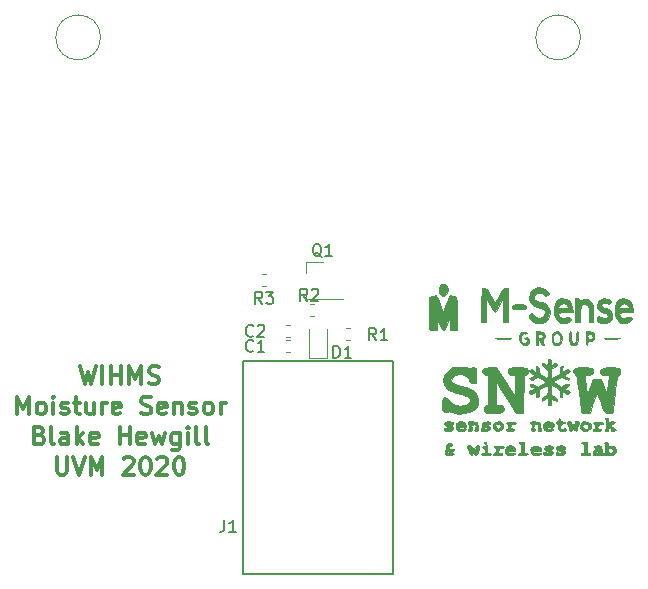
<source format=gbr>
G04 #@! TF.GenerationSoftware,KiCad,Pcbnew,(5.1.4)-1*
G04 #@! TF.CreationDate,2020-03-15T18:13:58-04:00*
G04 #@! TF.ProjectId,MoistureSensor,4d6f6973-7475-4726-9553-656e736f722e,rev?*
G04 #@! TF.SameCoordinates,Original*
G04 #@! TF.FileFunction,Legend,Top*
G04 #@! TF.FilePolarity,Positive*
%FSLAX46Y46*%
G04 Gerber Fmt 4.6, Leading zero omitted, Abs format (unit mm)*
G04 Created by KiCad (PCBNEW (5.1.4)-1) date 2020-03-15 18:13:58*
%MOMM*%
%LPD*%
G04 APERTURE LIST*
%ADD10C,0.300000*%
%ADD11C,0.010000*%
%ADD12C,0.120000*%
%ADD13C,0.150000*%
G04 APERTURE END LIST*
D10*
X132278857Y-131243571D02*
X132636000Y-132743571D01*
X132921714Y-131672142D01*
X133207428Y-132743571D01*
X133564571Y-131243571D01*
X134136000Y-132743571D02*
X134136000Y-131243571D01*
X134850285Y-132743571D02*
X134850285Y-131243571D01*
X134850285Y-131957857D02*
X135707428Y-131957857D01*
X135707428Y-132743571D02*
X135707428Y-131243571D01*
X136421714Y-132743571D02*
X136421714Y-131243571D01*
X136921714Y-132315000D01*
X137421714Y-131243571D01*
X137421714Y-132743571D01*
X138064571Y-132672142D02*
X138278857Y-132743571D01*
X138636000Y-132743571D01*
X138778857Y-132672142D01*
X138850285Y-132600714D01*
X138921714Y-132457857D01*
X138921714Y-132315000D01*
X138850285Y-132172142D01*
X138778857Y-132100714D01*
X138636000Y-132029285D01*
X138350285Y-131957857D01*
X138207428Y-131886428D01*
X138136000Y-131815000D01*
X138064571Y-131672142D01*
X138064571Y-131529285D01*
X138136000Y-131386428D01*
X138207428Y-131315000D01*
X138350285Y-131243571D01*
X138707428Y-131243571D01*
X138921714Y-131315000D01*
X126921714Y-135293571D02*
X126921714Y-133793571D01*
X127421714Y-134865000D01*
X127921714Y-133793571D01*
X127921714Y-135293571D01*
X128850285Y-135293571D02*
X128707428Y-135222142D01*
X128636000Y-135150714D01*
X128564571Y-135007857D01*
X128564571Y-134579285D01*
X128636000Y-134436428D01*
X128707428Y-134365000D01*
X128850285Y-134293571D01*
X129064571Y-134293571D01*
X129207428Y-134365000D01*
X129278857Y-134436428D01*
X129350285Y-134579285D01*
X129350285Y-135007857D01*
X129278857Y-135150714D01*
X129207428Y-135222142D01*
X129064571Y-135293571D01*
X128850285Y-135293571D01*
X129993142Y-135293571D02*
X129993142Y-134293571D01*
X129993142Y-133793571D02*
X129921714Y-133865000D01*
X129993142Y-133936428D01*
X130064571Y-133865000D01*
X129993142Y-133793571D01*
X129993142Y-133936428D01*
X130636000Y-135222142D02*
X130778857Y-135293571D01*
X131064571Y-135293571D01*
X131207428Y-135222142D01*
X131278857Y-135079285D01*
X131278857Y-135007857D01*
X131207428Y-134865000D01*
X131064571Y-134793571D01*
X130850285Y-134793571D01*
X130707428Y-134722142D01*
X130636000Y-134579285D01*
X130636000Y-134507857D01*
X130707428Y-134365000D01*
X130850285Y-134293571D01*
X131064571Y-134293571D01*
X131207428Y-134365000D01*
X131707428Y-134293571D02*
X132278857Y-134293571D01*
X131921714Y-133793571D02*
X131921714Y-135079285D01*
X131993142Y-135222142D01*
X132136000Y-135293571D01*
X132278857Y-135293571D01*
X133421714Y-134293571D02*
X133421714Y-135293571D01*
X132778857Y-134293571D02*
X132778857Y-135079285D01*
X132850285Y-135222142D01*
X132993142Y-135293571D01*
X133207428Y-135293571D01*
X133350285Y-135222142D01*
X133421714Y-135150714D01*
X134136000Y-135293571D02*
X134136000Y-134293571D01*
X134136000Y-134579285D02*
X134207428Y-134436428D01*
X134278857Y-134365000D01*
X134421714Y-134293571D01*
X134564571Y-134293571D01*
X135636000Y-135222142D02*
X135493142Y-135293571D01*
X135207428Y-135293571D01*
X135064571Y-135222142D01*
X134993142Y-135079285D01*
X134993142Y-134507857D01*
X135064571Y-134365000D01*
X135207428Y-134293571D01*
X135493142Y-134293571D01*
X135636000Y-134365000D01*
X135707428Y-134507857D01*
X135707428Y-134650714D01*
X134993142Y-134793571D01*
X137421714Y-135222142D02*
X137636000Y-135293571D01*
X137993142Y-135293571D01*
X138136000Y-135222142D01*
X138207428Y-135150714D01*
X138278857Y-135007857D01*
X138278857Y-134865000D01*
X138207428Y-134722142D01*
X138136000Y-134650714D01*
X137993142Y-134579285D01*
X137707428Y-134507857D01*
X137564571Y-134436428D01*
X137493142Y-134365000D01*
X137421714Y-134222142D01*
X137421714Y-134079285D01*
X137493142Y-133936428D01*
X137564571Y-133865000D01*
X137707428Y-133793571D01*
X138064571Y-133793571D01*
X138278857Y-133865000D01*
X139493142Y-135222142D02*
X139350285Y-135293571D01*
X139064571Y-135293571D01*
X138921714Y-135222142D01*
X138850285Y-135079285D01*
X138850285Y-134507857D01*
X138921714Y-134365000D01*
X139064571Y-134293571D01*
X139350285Y-134293571D01*
X139493142Y-134365000D01*
X139564571Y-134507857D01*
X139564571Y-134650714D01*
X138850285Y-134793571D01*
X140207428Y-134293571D02*
X140207428Y-135293571D01*
X140207428Y-134436428D02*
X140278857Y-134365000D01*
X140421714Y-134293571D01*
X140636000Y-134293571D01*
X140778857Y-134365000D01*
X140850285Y-134507857D01*
X140850285Y-135293571D01*
X141493142Y-135222142D02*
X141636000Y-135293571D01*
X141921714Y-135293571D01*
X142064571Y-135222142D01*
X142136000Y-135079285D01*
X142136000Y-135007857D01*
X142064571Y-134865000D01*
X141921714Y-134793571D01*
X141707428Y-134793571D01*
X141564571Y-134722142D01*
X141493142Y-134579285D01*
X141493142Y-134507857D01*
X141564571Y-134365000D01*
X141707428Y-134293571D01*
X141921714Y-134293571D01*
X142064571Y-134365000D01*
X142993142Y-135293571D02*
X142850285Y-135222142D01*
X142778857Y-135150714D01*
X142707428Y-135007857D01*
X142707428Y-134579285D01*
X142778857Y-134436428D01*
X142850285Y-134365000D01*
X142993142Y-134293571D01*
X143207428Y-134293571D01*
X143350285Y-134365000D01*
X143421714Y-134436428D01*
X143493142Y-134579285D01*
X143493142Y-135007857D01*
X143421714Y-135150714D01*
X143350285Y-135222142D01*
X143207428Y-135293571D01*
X142993142Y-135293571D01*
X144136000Y-135293571D02*
X144136000Y-134293571D01*
X144136000Y-134579285D02*
X144207428Y-134436428D01*
X144278857Y-134365000D01*
X144421714Y-134293571D01*
X144564571Y-134293571D01*
X128814571Y-137057857D02*
X129028857Y-137129285D01*
X129100285Y-137200714D01*
X129171714Y-137343571D01*
X129171714Y-137557857D01*
X129100285Y-137700714D01*
X129028857Y-137772142D01*
X128886000Y-137843571D01*
X128314571Y-137843571D01*
X128314571Y-136343571D01*
X128814571Y-136343571D01*
X128957428Y-136415000D01*
X129028857Y-136486428D01*
X129100285Y-136629285D01*
X129100285Y-136772142D01*
X129028857Y-136915000D01*
X128957428Y-136986428D01*
X128814571Y-137057857D01*
X128314571Y-137057857D01*
X130028857Y-137843571D02*
X129886000Y-137772142D01*
X129814571Y-137629285D01*
X129814571Y-136343571D01*
X131243142Y-137843571D02*
X131243142Y-137057857D01*
X131171714Y-136915000D01*
X131028857Y-136843571D01*
X130743142Y-136843571D01*
X130600285Y-136915000D01*
X131243142Y-137772142D02*
X131100285Y-137843571D01*
X130743142Y-137843571D01*
X130600285Y-137772142D01*
X130528857Y-137629285D01*
X130528857Y-137486428D01*
X130600285Y-137343571D01*
X130743142Y-137272142D01*
X131100285Y-137272142D01*
X131243142Y-137200714D01*
X131957428Y-137843571D02*
X131957428Y-136343571D01*
X132100285Y-137272142D02*
X132528857Y-137843571D01*
X132528857Y-136843571D02*
X131957428Y-137415000D01*
X133743142Y-137772142D02*
X133600285Y-137843571D01*
X133314571Y-137843571D01*
X133171714Y-137772142D01*
X133100285Y-137629285D01*
X133100285Y-137057857D01*
X133171714Y-136915000D01*
X133314571Y-136843571D01*
X133600285Y-136843571D01*
X133743142Y-136915000D01*
X133814571Y-137057857D01*
X133814571Y-137200714D01*
X133100285Y-137343571D01*
X135600285Y-137843571D02*
X135600285Y-136343571D01*
X135600285Y-137057857D02*
X136457428Y-137057857D01*
X136457428Y-137843571D02*
X136457428Y-136343571D01*
X137743142Y-137772142D02*
X137600285Y-137843571D01*
X137314571Y-137843571D01*
X137171714Y-137772142D01*
X137100285Y-137629285D01*
X137100285Y-137057857D01*
X137171714Y-136915000D01*
X137314571Y-136843571D01*
X137600285Y-136843571D01*
X137743142Y-136915000D01*
X137814571Y-137057857D01*
X137814571Y-137200714D01*
X137100285Y-137343571D01*
X138314571Y-136843571D02*
X138600285Y-137843571D01*
X138886000Y-137129285D01*
X139171714Y-137843571D01*
X139457428Y-136843571D01*
X140671714Y-136843571D02*
X140671714Y-138057857D01*
X140600285Y-138200714D01*
X140528857Y-138272142D01*
X140386000Y-138343571D01*
X140171714Y-138343571D01*
X140028857Y-138272142D01*
X140671714Y-137772142D02*
X140528857Y-137843571D01*
X140243142Y-137843571D01*
X140100285Y-137772142D01*
X140028857Y-137700714D01*
X139957428Y-137557857D01*
X139957428Y-137129285D01*
X140028857Y-136986428D01*
X140100285Y-136915000D01*
X140243142Y-136843571D01*
X140528857Y-136843571D01*
X140671714Y-136915000D01*
X141386000Y-137843571D02*
X141386000Y-136843571D01*
X141386000Y-136343571D02*
X141314571Y-136415000D01*
X141386000Y-136486428D01*
X141457428Y-136415000D01*
X141386000Y-136343571D01*
X141386000Y-136486428D01*
X142314571Y-137843571D02*
X142171714Y-137772142D01*
X142100285Y-137629285D01*
X142100285Y-136343571D01*
X143100285Y-137843571D02*
X142957428Y-137772142D01*
X142886000Y-137629285D01*
X142886000Y-136343571D01*
X130278857Y-138893571D02*
X130278857Y-140107857D01*
X130350285Y-140250714D01*
X130421714Y-140322142D01*
X130564571Y-140393571D01*
X130850285Y-140393571D01*
X130993142Y-140322142D01*
X131064571Y-140250714D01*
X131136000Y-140107857D01*
X131136000Y-138893571D01*
X131636000Y-138893571D02*
X132136000Y-140393571D01*
X132636000Y-138893571D01*
X133136000Y-140393571D02*
X133136000Y-138893571D01*
X133636000Y-139965000D01*
X134136000Y-138893571D01*
X134136000Y-140393571D01*
X135921714Y-139036428D02*
X135993142Y-138965000D01*
X136136000Y-138893571D01*
X136493142Y-138893571D01*
X136636000Y-138965000D01*
X136707428Y-139036428D01*
X136778857Y-139179285D01*
X136778857Y-139322142D01*
X136707428Y-139536428D01*
X135850285Y-140393571D01*
X136778857Y-140393571D01*
X137707428Y-138893571D02*
X137850285Y-138893571D01*
X137993142Y-138965000D01*
X138064571Y-139036428D01*
X138136000Y-139179285D01*
X138207428Y-139465000D01*
X138207428Y-139822142D01*
X138136000Y-140107857D01*
X138064571Y-140250714D01*
X137993142Y-140322142D01*
X137850285Y-140393571D01*
X137707428Y-140393571D01*
X137564571Y-140322142D01*
X137493142Y-140250714D01*
X137421714Y-140107857D01*
X137350285Y-139822142D01*
X137350285Y-139465000D01*
X137421714Y-139179285D01*
X137493142Y-139036428D01*
X137564571Y-138965000D01*
X137707428Y-138893571D01*
X138778857Y-139036428D02*
X138850285Y-138965000D01*
X138993142Y-138893571D01*
X139350285Y-138893571D01*
X139493142Y-138965000D01*
X139564571Y-139036428D01*
X139636000Y-139179285D01*
X139636000Y-139322142D01*
X139564571Y-139536428D01*
X138707428Y-140393571D01*
X139636000Y-140393571D01*
X140564571Y-138893571D02*
X140707428Y-138893571D01*
X140850285Y-138965000D01*
X140921714Y-139036428D01*
X140993142Y-139179285D01*
X141064571Y-139465000D01*
X141064571Y-139822142D01*
X140993142Y-140107857D01*
X140921714Y-140250714D01*
X140850285Y-140322142D01*
X140707428Y-140393571D01*
X140564571Y-140393571D01*
X140421714Y-140322142D01*
X140350285Y-140250714D01*
X140278857Y-140107857D01*
X140207428Y-139822142D01*
X140207428Y-139465000D01*
X140278857Y-139179285D01*
X140350285Y-139036428D01*
X140421714Y-138965000D01*
X140564571Y-138893571D01*
D11*
G36*
X172038877Y-130639354D02*
G01*
X172075446Y-130720198D01*
X172084985Y-130893955D01*
X172085000Y-130905250D01*
X172092475Y-131075721D01*
X172111387Y-131177931D01*
X172122609Y-131191000D01*
X172193646Y-131155569D01*
X172314361Y-131069721D01*
X172321672Y-131064000D01*
X172469624Y-130961974D01*
X172557068Y-130948556D01*
X172611382Y-131020673D01*
X172615490Y-131031018D01*
X172588293Y-131125148D01*
X172441822Y-131245766D01*
X172368284Y-131291052D01*
X172085000Y-131457067D01*
X172085000Y-131863783D01*
X172090678Y-132072270D01*
X172105517Y-132218961D01*
X172124895Y-132270500D01*
X172196959Y-132241251D01*
X172344404Y-132165157D01*
X172505895Y-132075339D01*
X172692766Y-131964163D01*
X172794752Y-131877660D01*
X172837557Y-131778061D01*
X172846886Y-131627597D01*
X172847000Y-131574133D01*
X172862104Y-131362573D01*
X172911812Y-131252261D01*
X172947443Y-131229543D01*
X173049606Y-131198564D01*
X173090814Y-131228087D01*
X173085467Y-131343582D01*
X173069250Y-131445000D01*
X173050292Y-131613894D01*
X173080282Y-131683898D01*
X173177472Y-131663174D01*
X173345740Y-131568672D01*
X173486245Y-131489052D01*
X173564153Y-131476041D01*
X173623538Y-131527320D01*
X173642959Y-131553035D01*
X173684262Y-131634257D01*
X173650103Y-131702646D01*
X173522156Y-131791945D01*
X173508756Y-131800129D01*
X173332429Y-131912459D01*
X173261349Y-131984562D01*
X173290826Y-132039798D01*
X173416168Y-132101528D01*
X173445748Y-132113961D01*
X173592860Y-132186416D01*
X173636534Y-132246898D01*
X173609195Y-132302014D01*
X173546838Y-132347584D01*
X173453378Y-132339550D01*
X173293122Y-132273005D01*
X173250925Y-132252734D01*
X172966457Y-132114528D01*
X172620978Y-132301412D01*
X172440194Y-132405915D01*
X172315142Y-132491029D01*
X172275500Y-132533378D01*
X172326882Y-132584932D01*
X172460495Y-132673631D01*
X172616522Y-132763166D01*
X172957545Y-132947872D01*
X173245343Y-132801609D01*
X173422429Y-132718780D01*
X173526139Y-132696030D01*
X173591945Y-132728008D01*
X173609002Y-132746752D01*
X173638300Y-132815846D01*
X173581401Y-132880188D01*
X173456431Y-132947090D01*
X173312229Y-133024717D01*
X173233152Y-133084515D01*
X173228000Y-133095250D01*
X173279760Y-133143886D01*
X173410480Y-133221189D01*
X173484351Y-133258637D01*
X173638561Y-133340111D01*
X173695614Y-133401023D01*
X173675298Y-133470342D01*
X173652013Y-133504084D01*
X173589532Y-133577073D01*
X173524824Y-133587507D01*
X173414922Y-133533124D01*
X173340542Y-133487687D01*
X173189921Y-133401249D01*
X173085604Y-133353382D01*
X173069514Y-133350000D01*
X173048633Y-133405440D01*
X173053895Y-133544520D01*
X173062676Y-133608953D01*
X173082011Y-133772180D01*
X173063620Y-133841762D01*
X172998483Y-133847766D01*
X172991417Y-133846483D01*
X172918595Y-133801050D01*
X172877615Y-133680930D01*
X172860058Y-133506759D01*
X172843869Y-133326333D01*
X172803309Y-133211194D01*
X172710467Y-133120728D01*
X172537430Y-133014323D01*
X172511346Y-132999354D01*
X172327227Y-132894857D01*
X172187961Y-132817662D01*
X172133162Y-132789083D01*
X172108868Y-132835744D01*
X172091559Y-132978419D01*
X172085000Y-133185057D01*
X172087983Y-133410263D01*
X172108561Y-133548654D01*
X172164173Y-133640412D01*
X172272260Y-133725721D01*
X172339000Y-133770287D01*
X172505248Y-133906666D01*
X172588237Y-134032181D01*
X172593000Y-134062117D01*
X172586575Y-134137488D01*
X172546609Y-134147960D01*
X172442065Y-134092308D01*
X172379129Y-134053679D01*
X172231811Y-133969296D01*
X172131677Y-133923969D01*
X172118735Y-133921500D01*
X172095544Y-133977966D01*
X172090255Y-134120911D01*
X172094938Y-134207250D01*
X172102817Y-134383255D01*
X172079883Y-134466947D01*
X172011957Y-134491916D01*
X171974332Y-134493000D01*
X171889303Y-134480333D01*
X171846674Y-134421032D01*
X171832169Y-134283146D01*
X171831000Y-134172268D01*
X171831000Y-133851536D01*
X171609445Y-134020524D01*
X171468606Y-134119718D01*
X171392962Y-134142564D01*
X171352469Y-134096729D01*
X171348594Y-134087107D01*
X171366907Y-133977195D01*
X171469694Y-133849823D01*
X171625099Y-133738485D01*
X171719875Y-133696755D01*
X171780097Y-133654347D01*
X171814262Y-133559677D01*
X171828886Y-133384581D01*
X171831000Y-133216486D01*
X171830532Y-132998784D01*
X171815497Y-132870521D01*
X171765446Y-132826176D01*
X171659933Y-132860229D01*
X171478510Y-132967159D01*
X171307125Y-133075055D01*
X171164037Y-133175263D01*
X171093861Y-133273203D01*
X171070863Y-133419262D01*
X171069000Y-133541296D01*
X171061852Y-133732264D01*
X171032602Y-133827324D01*
X170969535Y-133857143D01*
X170948042Y-133858000D01*
X170872393Y-133840766D01*
X170847366Y-133766614D01*
X170861153Y-133604000D01*
X170874381Y-133445732D01*
X170866276Y-133356954D01*
X170858740Y-133350000D01*
X170786207Y-133379486D01*
X170648115Y-133453401D01*
X170590333Y-133486839D01*
X170436820Y-133567696D01*
X170350906Y-133579343D01*
X170301926Y-133534464D01*
X170252571Y-133427298D01*
X170283320Y-133349014D01*
X170411660Y-133268390D01*
X170465750Y-133241961D01*
X170629501Y-133152002D01*
X170674686Y-133083362D01*
X170603425Y-133017818D01*
X170497500Y-132969000D01*
X170367616Y-132887521D01*
X170309218Y-132797908D01*
X170333670Y-132731288D01*
X170404779Y-132715000D01*
X170520730Y-132742576D01*
X170689133Y-132811259D01*
X170740332Y-132836302D01*
X170978106Y-132957605D01*
X171720798Y-132536663D01*
X171379024Y-132340677D01*
X171191865Y-132237585D01*
X171048477Y-132166368D01*
X170987095Y-132144095D01*
X170904652Y-132170437D01*
X170754562Y-132237665D01*
X170677314Y-132275951D01*
X170509569Y-132353156D01*
X170409533Y-132368621D01*
X170336821Y-132327274D01*
X170327862Y-132318577D01*
X170287704Y-132256000D01*
X170326598Y-132199898D01*
X170463233Y-132127354D01*
X170495950Y-132112448D01*
X170753863Y-131996146D01*
X170498681Y-131843973D01*
X170324112Y-131728604D01*
X170254101Y-131643221D01*
X170277152Y-131566228D01*
X170325824Y-131519227D01*
X170421243Y-131492173D01*
X170562427Y-131553300D01*
X170595699Y-131574533D01*
X170760263Y-131671550D01*
X170846334Y-131679776D01*
X170873590Y-131590987D01*
X170867714Y-131460874D01*
X170865585Y-131312765D01*
X170885751Y-131240105D01*
X170894599Y-131238625D01*
X170999384Y-131254485D01*
X171002020Y-131254500D01*
X171040711Y-131311482D01*
X171071651Y-131456412D01*
X171081395Y-131555634D01*
X171100223Y-131730245D01*
X171147279Y-131847265D01*
X171250340Y-131948674D01*
X171417523Y-132063634D01*
X171594441Y-132174242D01*
X171728939Y-132249306D01*
X171782648Y-132270500D01*
X171807497Y-132212634D01*
X171824945Y-132061487D01*
X171831000Y-131866188D01*
X171827645Y-131644836D01*
X171805358Y-131509156D01*
X171745798Y-131417821D01*
X171630627Y-131329506D01*
X171577000Y-131293787D01*
X171428004Y-131183922D01*
X171336622Y-131094833D01*
X171323000Y-131066846D01*
X171365055Y-130979805D01*
X171474604Y-130979934D01*
X171625238Y-131066114D01*
X171799250Y-131203483D01*
X171818604Y-130911491D01*
X171840268Y-130728418D01*
X171883322Y-130641363D01*
X171961479Y-130619499D01*
X172038877Y-130639354D01*
X172038877Y-130639354D01*
G37*
X172038877Y-130639354D02*
X172075446Y-130720198D01*
X172084985Y-130893955D01*
X172085000Y-130905250D01*
X172092475Y-131075721D01*
X172111387Y-131177931D01*
X172122609Y-131191000D01*
X172193646Y-131155569D01*
X172314361Y-131069721D01*
X172321672Y-131064000D01*
X172469624Y-130961974D01*
X172557068Y-130948556D01*
X172611382Y-131020673D01*
X172615490Y-131031018D01*
X172588293Y-131125148D01*
X172441822Y-131245766D01*
X172368284Y-131291052D01*
X172085000Y-131457067D01*
X172085000Y-131863783D01*
X172090678Y-132072270D01*
X172105517Y-132218961D01*
X172124895Y-132270500D01*
X172196959Y-132241251D01*
X172344404Y-132165157D01*
X172505895Y-132075339D01*
X172692766Y-131964163D01*
X172794752Y-131877660D01*
X172837557Y-131778061D01*
X172846886Y-131627597D01*
X172847000Y-131574133D01*
X172862104Y-131362573D01*
X172911812Y-131252261D01*
X172947443Y-131229543D01*
X173049606Y-131198564D01*
X173090814Y-131228087D01*
X173085467Y-131343582D01*
X173069250Y-131445000D01*
X173050292Y-131613894D01*
X173080282Y-131683898D01*
X173177472Y-131663174D01*
X173345740Y-131568672D01*
X173486245Y-131489052D01*
X173564153Y-131476041D01*
X173623538Y-131527320D01*
X173642959Y-131553035D01*
X173684262Y-131634257D01*
X173650103Y-131702646D01*
X173522156Y-131791945D01*
X173508756Y-131800129D01*
X173332429Y-131912459D01*
X173261349Y-131984562D01*
X173290826Y-132039798D01*
X173416168Y-132101528D01*
X173445748Y-132113961D01*
X173592860Y-132186416D01*
X173636534Y-132246898D01*
X173609195Y-132302014D01*
X173546838Y-132347584D01*
X173453378Y-132339550D01*
X173293122Y-132273005D01*
X173250925Y-132252734D01*
X172966457Y-132114528D01*
X172620978Y-132301412D01*
X172440194Y-132405915D01*
X172315142Y-132491029D01*
X172275500Y-132533378D01*
X172326882Y-132584932D01*
X172460495Y-132673631D01*
X172616522Y-132763166D01*
X172957545Y-132947872D01*
X173245343Y-132801609D01*
X173422429Y-132718780D01*
X173526139Y-132696030D01*
X173591945Y-132728008D01*
X173609002Y-132746752D01*
X173638300Y-132815846D01*
X173581401Y-132880188D01*
X173456431Y-132947090D01*
X173312229Y-133024717D01*
X173233152Y-133084515D01*
X173228000Y-133095250D01*
X173279760Y-133143886D01*
X173410480Y-133221189D01*
X173484351Y-133258637D01*
X173638561Y-133340111D01*
X173695614Y-133401023D01*
X173675298Y-133470342D01*
X173652013Y-133504084D01*
X173589532Y-133577073D01*
X173524824Y-133587507D01*
X173414922Y-133533124D01*
X173340542Y-133487687D01*
X173189921Y-133401249D01*
X173085604Y-133353382D01*
X173069514Y-133350000D01*
X173048633Y-133405440D01*
X173053895Y-133544520D01*
X173062676Y-133608953D01*
X173082011Y-133772180D01*
X173063620Y-133841762D01*
X172998483Y-133847766D01*
X172991417Y-133846483D01*
X172918595Y-133801050D01*
X172877615Y-133680930D01*
X172860058Y-133506759D01*
X172843869Y-133326333D01*
X172803309Y-133211194D01*
X172710467Y-133120728D01*
X172537430Y-133014323D01*
X172511346Y-132999354D01*
X172327227Y-132894857D01*
X172187961Y-132817662D01*
X172133162Y-132789083D01*
X172108868Y-132835744D01*
X172091559Y-132978419D01*
X172085000Y-133185057D01*
X172087983Y-133410263D01*
X172108561Y-133548654D01*
X172164173Y-133640412D01*
X172272260Y-133725721D01*
X172339000Y-133770287D01*
X172505248Y-133906666D01*
X172588237Y-134032181D01*
X172593000Y-134062117D01*
X172586575Y-134137488D01*
X172546609Y-134147960D01*
X172442065Y-134092308D01*
X172379129Y-134053679D01*
X172231811Y-133969296D01*
X172131677Y-133923969D01*
X172118735Y-133921500D01*
X172095544Y-133977966D01*
X172090255Y-134120911D01*
X172094938Y-134207250D01*
X172102817Y-134383255D01*
X172079883Y-134466947D01*
X172011957Y-134491916D01*
X171974332Y-134493000D01*
X171889303Y-134480333D01*
X171846674Y-134421032D01*
X171832169Y-134283146D01*
X171831000Y-134172268D01*
X171831000Y-133851536D01*
X171609445Y-134020524D01*
X171468606Y-134119718D01*
X171392962Y-134142564D01*
X171352469Y-134096729D01*
X171348594Y-134087107D01*
X171366907Y-133977195D01*
X171469694Y-133849823D01*
X171625099Y-133738485D01*
X171719875Y-133696755D01*
X171780097Y-133654347D01*
X171814262Y-133559677D01*
X171828886Y-133384581D01*
X171831000Y-133216486D01*
X171830532Y-132998784D01*
X171815497Y-132870521D01*
X171765446Y-132826176D01*
X171659933Y-132860229D01*
X171478510Y-132967159D01*
X171307125Y-133075055D01*
X171164037Y-133175263D01*
X171093861Y-133273203D01*
X171070863Y-133419262D01*
X171069000Y-133541296D01*
X171061852Y-133732264D01*
X171032602Y-133827324D01*
X170969535Y-133857143D01*
X170948042Y-133858000D01*
X170872393Y-133840766D01*
X170847366Y-133766614D01*
X170861153Y-133604000D01*
X170874381Y-133445732D01*
X170866276Y-133356954D01*
X170858740Y-133350000D01*
X170786207Y-133379486D01*
X170648115Y-133453401D01*
X170590333Y-133486839D01*
X170436820Y-133567696D01*
X170350906Y-133579343D01*
X170301926Y-133534464D01*
X170252571Y-133427298D01*
X170283320Y-133349014D01*
X170411660Y-133268390D01*
X170465750Y-133241961D01*
X170629501Y-133152002D01*
X170674686Y-133083362D01*
X170603425Y-133017818D01*
X170497500Y-132969000D01*
X170367616Y-132887521D01*
X170309218Y-132797908D01*
X170333670Y-132731288D01*
X170404779Y-132715000D01*
X170520730Y-132742576D01*
X170689133Y-132811259D01*
X170740332Y-132836302D01*
X170978106Y-132957605D01*
X171720798Y-132536663D01*
X171379024Y-132340677D01*
X171191865Y-132237585D01*
X171048477Y-132166368D01*
X170987095Y-132144095D01*
X170904652Y-132170437D01*
X170754562Y-132237665D01*
X170677314Y-132275951D01*
X170509569Y-132353156D01*
X170409533Y-132368621D01*
X170336821Y-132327274D01*
X170327862Y-132318577D01*
X170287704Y-132256000D01*
X170326598Y-132199898D01*
X170463233Y-132127354D01*
X170495950Y-132112448D01*
X170753863Y-131996146D01*
X170498681Y-131843973D01*
X170324112Y-131728604D01*
X170254101Y-131643221D01*
X170277152Y-131566228D01*
X170325824Y-131519227D01*
X170421243Y-131492173D01*
X170562427Y-131553300D01*
X170595699Y-131574533D01*
X170760263Y-131671550D01*
X170846334Y-131679776D01*
X170873590Y-131590987D01*
X170867714Y-131460874D01*
X170865585Y-131312765D01*
X170885751Y-131240105D01*
X170894599Y-131238625D01*
X170999384Y-131254485D01*
X171002020Y-131254500D01*
X171040711Y-131311482D01*
X171071651Y-131456412D01*
X171081395Y-131555634D01*
X171100223Y-131730245D01*
X171147279Y-131847265D01*
X171250340Y-131948674D01*
X171417523Y-132063634D01*
X171594441Y-132174242D01*
X171728939Y-132249306D01*
X171782648Y-132270500D01*
X171807497Y-132212634D01*
X171824945Y-132061487D01*
X171831000Y-131866188D01*
X171827645Y-131644836D01*
X171805358Y-131509156D01*
X171745798Y-131417821D01*
X171630627Y-131329506D01*
X171577000Y-131293787D01*
X171428004Y-131183922D01*
X171336622Y-131094833D01*
X171323000Y-131066846D01*
X171365055Y-130979805D01*
X171474604Y-130979934D01*
X171625238Y-131066114D01*
X171799250Y-131203483D01*
X171818604Y-130911491D01*
X171840268Y-130728418D01*
X171883322Y-130641363D01*
X171961479Y-130619499D01*
X172038877Y-130639354D01*
G36*
X177406929Y-131324544D02*
G01*
X177649249Y-131342111D01*
X177818581Y-131367604D01*
X177867674Y-131383734D01*
X177969375Y-131500426D01*
X177988546Y-131666594D01*
X177927336Y-131837064D01*
X177841615Y-131931828D01*
X177793874Y-131976001D01*
X177754310Y-132036496D01*
X177719787Y-132129320D01*
X177687165Y-132270481D01*
X177653309Y-132475985D01*
X177615078Y-132761840D01*
X177569337Y-133144052D01*
X177520979Y-133567512D01*
X177471705Y-133994036D01*
X177425257Y-134378647D01*
X177383978Y-134703315D01*
X177350210Y-134950014D01*
X177326292Y-135100717D01*
X177316866Y-135139137D01*
X177239733Y-135169553D01*
X177079526Y-135188442D01*
X176972986Y-135191500D01*
X176839736Y-135191045D01*
X176741086Y-135177951D01*
X176664432Y-135134621D01*
X176597176Y-135043461D01*
X176526714Y-134886875D01*
X176440446Y-134647267D01*
X176325770Y-134307041D01*
X176313580Y-134270750D01*
X176217238Y-133985021D01*
X176133409Y-133738123D01*
X176071691Y-133558222D01*
X176043034Y-133477000D01*
X176011854Y-133499576D01*
X175949641Y-133624906D01*
X175864080Y-133834787D01*
X175762854Y-134111018D01*
X175707952Y-134270750D01*
X175408664Y-135159750D01*
X175054286Y-135178623D01*
X174851884Y-135185708D01*
X174742105Y-135169997D01*
X174690880Y-135117590D01*
X174665175Y-135019873D01*
X174647725Y-134906619D01*
X174618127Y-134687984D01*
X174579034Y-134384721D01*
X174533101Y-134017582D01*
X174482981Y-133607321D01*
X174459082Y-133408424D01*
X174402799Y-132944299D01*
X174357205Y-132590646D01*
X174319082Y-132331700D01*
X174285217Y-132151698D01*
X174252394Y-132034873D01*
X174217398Y-131965463D01*
X174177013Y-131927702D01*
X174154736Y-131916174D01*
X174041785Y-131806244D01*
X174002481Y-131641747D01*
X174044261Y-131476494D01*
X174086338Y-131421233D01*
X174164333Y-131371187D01*
X174293907Y-131339602D01*
X174499722Y-131323026D01*
X174806439Y-131318009D01*
X174824210Y-131318000D01*
X175182326Y-131325075D01*
X175431683Y-131350407D01*
X175589943Y-131400158D01*
X175674770Y-131480487D01*
X175703826Y-131597555D01*
X175704500Y-131625034D01*
X175670719Y-131807467D01*
X175557907Y-131911862D01*
X175348862Y-131951598D01*
X175282797Y-131953000D01*
X175111563Y-131963197D01*
X175003777Y-131988777D01*
X174989257Y-132000625D01*
X174987585Y-132078199D01*
X175000220Y-132256591D01*
X175024936Y-132510696D01*
X175059512Y-132815414D01*
X175066617Y-132873750D01*
X175168213Y-133699250D01*
X175653487Y-132264534D01*
X176361133Y-132302250D01*
X176594251Y-133000750D01*
X176827370Y-133699250D01*
X176898224Y-133191250D01*
X176939246Y-132888304D01*
X176979415Y-132577123D01*
X177010210Y-132323749D01*
X177010855Y-132318125D01*
X177052633Y-131953000D01*
X176740516Y-131953000D01*
X176487478Y-131929842D01*
X176338666Y-131854069D01*
X176278866Y-131716227D01*
X176276000Y-131664391D01*
X176302205Y-131519456D01*
X176391685Y-131419015D01*
X176560734Y-131356432D01*
X176825649Y-131325072D01*
X177126549Y-131317999D01*
X177406929Y-131324544D01*
X177406929Y-131324544D01*
G37*
X177406929Y-131324544D02*
X177649249Y-131342111D01*
X177818581Y-131367604D01*
X177867674Y-131383734D01*
X177969375Y-131500426D01*
X177988546Y-131666594D01*
X177927336Y-131837064D01*
X177841615Y-131931828D01*
X177793874Y-131976001D01*
X177754310Y-132036496D01*
X177719787Y-132129320D01*
X177687165Y-132270481D01*
X177653309Y-132475985D01*
X177615078Y-132761840D01*
X177569337Y-133144052D01*
X177520979Y-133567512D01*
X177471705Y-133994036D01*
X177425257Y-134378647D01*
X177383978Y-134703315D01*
X177350210Y-134950014D01*
X177326292Y-135100717D01*
X177316866Y-135139137D01*
X177239733Y-135169553D01*
X177079526Y-135188442D01*
X176972986Y-135191500D01*
X176839736Y-135191045D01*
X176741086Y-135177951D01*
X176664432Y-135134621D01*
X176597176Y-135043461D01*
X176526714Y-134886875D01*
X176440446Y-134647267D01*
X176325770Y-134307041D01*
X176313580Y-134270750D01*
X176217238Y-133985021D01*
X176133409Y-133738123D01*
X176071691Y-133558222D01*
X176043034Y-133477000D01*
X176011854Y-133499576D01*
X175949641Y-133624906D01*
X175864080Y-133834787D01*
X175762854Y-134111018D01*
X175707952Y-134270750D01*
X175408664Y-135159750D01*
X175054286Y-135178623D01*
X174851884Y-135185708D01*
X174742105Y-135169997D01*
X174690880Y-135117590D01*
X174665175Y-135019873D01*
X174647725Y-134906619D01*
X174618127Y-134687984D01*
X174579034Y-134384721D01*
X174533101Y-134017582D01*
X174482981Y-133607321D01*
X174459082Y-133408424D01*
X174402799Y-132944299D01*
X174357205Y-132590646D01*
X174319082Y-132331700D01*
X174285217Y-132151698D01*
X174252394Y-132034873D01*
X174217398Y-131965463D01*
X174177013Y-131927702D01*
X174154736Y-131916174D01*
X174041785Y-131806244D01*
X174002481Y-131641747D01*
X174044261Y-131476494D01*
X174086338Y-131421233D01*
X174164333Y-131371187D01*
X174293907Y-131339602D01*
X174499722Y-131323026D01*
X174806439Y-131318009D01*
X174824210Y-131318000D01*
X175182326Y-131325075D01*
X175431683Y-131350407D01*
X175589943Y-131400158D01*
X175674770Y-131480487D01*
X175703826Y-131597555D01*
X175704500Y-131625034D01*
X175670719Y-131807467D01*
X175557907Y-131911862D01*
X175348862Y-131951598D01*
X175282797Y-131953000D01*
X175111563Y-131963197D01*
X175003777Y-131988777D01*
X174989257Y-132000625D01*
X174987585Y-132078199D01*
X175000220Y-132256591D01*
X175024936Y-132510696D01*
X175059512Y-132815414D01*
X175066617Y-132873750D01*
X175168213Y-133699250D01*
X175653487Y-132264534D01*
X176361133Y-132302250D01*
X176594251Y-133000750D01*
X176827370Y-133699250D01*
X176898224Y-133191250D01*
X176939246Y-132888304D01*
X176979415Y-132577123D01*
X177010210Y-132323749D01*
X177010855Y-132318125D01*
X177052633Y-131953000D01*
X176740516Y-131953000D01*
X176487478Y-131929842D01*
X176338666Y-131854069D01*
X176278866Y-131716227D01*
X176276000Y-131664391D01*
X176302205Y-131519456D01*
X176391685Y-131419015D01*
X176560734Y-131356432D01*
X176825649Y-131325072D01*
X177126549Y-131317999D01*
X177406929Y-131324544D01*
G36*
X168266900Y-132556250D02*
G01*
X168490633Y-132908233D01*
X168691630Y-133221318D01*
X168860096Y-133480501D01*
X168986235Y-133670781D01*
X169060253Y-133777157D01*
X169075410Y-133794500D01*
X169084281Y-133734722D01*
X169091774Y-133570271D01*
X169097282Y-133323474D01*
X169100196Y-133016654D01*
X169100500Y-132873750D01*
X169100500Y-131953000D01*
X168859200Y-131953000D01*
X168634145Y-131922579D01*
X168507911Y-131823095D01*
X168465692Y-131642215D01*
X168465500Y-131625034D01*
X168485946Y-131499767D01*
X168559072Y-131412652D01*
X168702556Y-131357486D01*
X168934078Y-131328064D01*
X169271318Y-131318182D01*
X169340483Y-131318000D01*
X169636692Y-131320992D01*
X169833814Y-131333178D01*
X169959685Y-131359368D01*
X170042143Y-131404371D01*
X170086490Y-131446922D01*
X170159120Y-131602035D01*
X170142170Y-131767222D01*
X170049133Y-131896408D01*
X169941678Y-131941399D01*
X169898518Y-131950141D01*
X169865076Y-131972322D01*
X169839913Y-132022735D01*
X169821591Y-132116176D01*
X169808670Y-132267440D01*
X169799712Y-132491321D01*
X169793279Y-132802614D01*
X169787930Y-133216114D01*
X169784206Y-133560649D01*
X169767250Y-135159750D01*
X169492682Y-135179505D01*
X169304897Y-135177505D01*
X169165685Y-135148690D01*
X169139164Y-135133738D01*
X169083572Y-135062742D01*
X168971718Y-134900295D01*
X168814404Y-134662796D01*
X168622429Y-134366644D01*
X168406593Y-134028241D01*
X168302482Y-133863241D01*
X168081822Y-133515427D01*
X167882209Y-133206650D01*
X167713872Y-132952254D01*
X167587037Y-132767584D01*
X167511930Y-132667982D01*
X167497125Y-132654883D01*
X167480293Y-132713415D01*
X167466073Y-132876724D01*
X167455618Y-133122597D01*
X167450081Y-133428817D01*
X167449500Y-133572250D01*
X167449500Y-134493000D01*
X167693658Y-134493000D01*
X167928378Y-134533243D01*
X168079981Y-134643208D01*
X168132699Y-134806743D01*
X168111387Y-134920819D01*
X168006433Y-135071198D01*
X167893430Y-135134816D01*
X167738038Y-135158143D01*
X167502241Y-135172314D01*
X167232332Y-135176905D01*
X166974606Y-135171493D01*
X166775356Y-135155656D01*
X166719250Y-135145550D01*
X166530767Y-135059614D01*
X166444069Y-134908319D01*
X166433500Y-134797208D01*
X166460484Y-134649501D01*
X166565759Y-134561519D01*
X166624000Y-134537062D01*
X166814500Y-134465156D01*
X166814500Y-131953000D01*
X166636700Y-131952999D01*
X166437536Y-131910563D01*
X166329831Y-131780429D01*
X166306500Y-131625034D01*
X166333625Y-131486491D01*
X166426690Y-131394451D01*
X166603228Y-131341347D01*
X166880773Y-131319610D01*
X167017815Y-131318000D01*
X167483480Y-131318000D01*
X168266900Y-132556250D01*
X168266900Y-132556250D01*
G37*
X168266900Y-132556250D02*
X168490633Y-132908233D01*
X168691630Y-133221318D01*
X168860096Y-133480501D01*
X168986235Y-133670781D01*
X169060253Y-133777157D01*
X169075410Y-133794500D01*
X169084281Y-133734722D01*
X169091774Y-133570271D01*
X169097282Y-133323474D01*
X169100196Y-133016654D01*
X169100500Y-132873750D01*
X169100500Y-131953000D01*
X168859200Y-131953000D01*
X168634145Y-131922579D01*
X168507911Y-131823095D01*
X168465692Y-131642215D01*
X168465500Y-131625034D01*
X168485946Y-131499767D01*
X168559072Y-131412652D01*
X168702556Y-131357486D01*
X168934078Y-131328064D01*
X169271318Y-131318182D01*
X169340483Y-131318000D01*
X169636692Y-131320992D01*
X169833814Y-131333178D01*
X169959685Y-131359368D01*
X170042143Y-131404371D01*
X170086490Y-131446922D01*
X170159120Y-131602035D01*
X170142170Y-131767222D01*
X170049133Y-131896408D01*
X169941678Y-131941399D01*
X169898518Y-131950141D01*
X169865076Y-131972322D01*
X169839913Y-132022735D01*
X169821591Y-132116176D01*
X169808670Y-132267440D01*
X169799712Y-132491321D01*
X169793279Y-132802614D01*
X169787930Y-133216114D01*
X169784206Y-133560649D01*
X169767250Y-135159750D01*
X169492682Y-135179505D01*
X169304897Y-135177505D01*
X169165685Y-135148690D01*
X169139164Y-135133738D01*
X169083572Y-135062742D01*
X168971718Y-134900295D01*
X168814404Y-134662796D01*
X168622429Y-134366644D01*
X168406593Y-134028241D01*
X168302482Y-133863241D01*
X168081822Y-133515427D01*
X167882209Y-133206650D01*
X167713872Y-132952254D01*
X167587037Y-132767584D01*
X167511930Y-132667982D01*
X167497125Y-132654883D01*
X167480293Y-132713415D01*
X167466073Y-132876724D01*
X167455618Y-133122597D01*
X167450081Y-133428817D01*
X167449500Y-133572250D01*
X167449500Y-134493000D01*
X167693658Y-134493000D01*
X167928378Y-134533243D01*
X168079981Y-134643208D01*
X168132699Y-134806743D01*
X168111387Y-134920819D01*
X168006433Y-135071198D01*
X167893430Y-135134816D01*
X167738038Y-135158143D01*
X167502241Y-135172314D01*
X167232332Y-135176905D01*
X166974606Y-135171493D01*
X166775356Y-135155656D01*
X166719250Y-135145550D01*
X166530767Y-135059614D01*
X166444069Y-134908319D01*
X166433500Y-134797208D01*
X166460484Y-134649501D01*
X166565759Y-134561519D01*
X166624000Y-134537062D01*
X166814500Y-134465156D01*
X166814500Y-131953000D01*
X166636700Y-131952999D01*
X166437536Y-131910563D01*
X166329831Y-131780429D01*
X166306500Y-131625034D01*
X166333625Y-131486491D01*
X166426690Y-131394451D01*
X166603228Y-131341347D01*
X166880773Y-131319610D01*
X167017815Y-131318000D01*
X167483480Y-131318000D01*
X168266900Y-132556250D01*
G36*
X164926113Y-131298660D02*
G01*
X165054520Y-131339921D01*
X165219475Y-131391389D01*
X165316430Y-131386081D01*
X165324610Y-131377680D01*
X165420592Y-131325140D01*
X165566226Y-131326933D01*
X165698634Y-131378515D01*
X165729788Y-131406970D01*
X165768644Y-131526319D01*
X165787078Y-131758578D01*
X165785188Y-132057845D01*
X165766750Y-132619750D01*
X165512750Y-132619750D01*
X165344853Y-132609131D01*
X165255651Y-132555422D01*
X165197259Y-132425841D01*
X165188091Y-132397500D01*
X165058493Y-132171447D01*
X164852719Y-132009644D01*
X164599967Y-131914945D01*
X164329431Y-131890202D01*
X164070309Y-131938268D01*
X163851797Y-132061997D01*
X163708118Y-132252873D01*
X163673160Y-132439308D01*
X163753240Y-132598710D01*
X163951357Y-132733537D01*
X164270510Y-132846248D01*
X164496750Y-132899298D01*
X164899828Y-132991427D01*
X165201958Y-133085460D01*
X165428865Y-133192415D01*
X165606274Y-133323308D01*
X165694647Y-133412340D01*
X165881109Y-133703724D01*
X165960912Y-134026536D01*
X165936737Y-134352985D01*
X165811261Y-134655281D01*
X165587161Y-134905635D01*
X165547905Y-134935074D01*
X165196258Y-135116799D01*
X164779832Y-135222496D01*
X164340449Y-135245168D01*
X163988750Y-135196026D01*
X163794523Y-135134025D01*
X163648557Y-135069644D01*
X163509162Y-135023343D01*
X163429482Y-135058617D01*
X163292003Y-135122655D01*
X163121771Y-135117830D01*
X162979956Y-135050862D01*
X162943234Y-135005174D01*
X162901491Y-134855629D01*
X162881207Y-134634277D01*
X162881652Y-134386540D01*
X162902099Y-134157841D01*
X162941818Y-133993606D01*
X162960006Y-133959939D01*
X163094435Y-133866301D01*
X163259055Y-133869161D01*
X163414024Y-133959069D01*
X163505109Y-134089200D01*
X163624261Y-134256091D01*
X163806771Y-134407413D01*
X163843500Y-134429457D01*
X164099326Y-134523094D01*
X164400696Y-134559286D01*
X164705132Y-134540036D01*
X164970157Y-134467346D01*
X165128657Y-134368905D01*
X165266156Y-134184382D01*
X165281627Y-134011128D01*
X165179950Y-133855548D01*
X164966004Y-133724049D01*
X164644667Y-133623038D01*
X164545134Y-133602744D01*
X164031765Y-133482201D01*
X163633084Y-133329265D01*
X163339683Y-133138542D01*
X163142152Y-132904641D01*
X163072039Y-132758491D01*
X163011178Y-132427531D01*
X163062896Y-132090871D01*
X163217342Y-131776572D01*
X163464664Y-131512696D01*
X163525096Y-131467963D01*
X163679640Y-131372662D01*
X163832668Y-131314422D01*
X164027064Y-131282038D01*
X164304271Y-131264365D01*
X164662881Y-131263690D01*
X164926113Y-131298660D01*
X164926113Y-131298660D01*
G37*
X164926113Y-131298660D02*
X165054520Y-131339921D01*
X165219475Y-131391389D01*
X165316430Y-131386081D01*
X165324610Y-131377680D01*
X165420592Y-131325140D01*
X165566226Y-131326933D01*
X165698634Y-131378515D01*
X165729788Y-131406970D01*
X165768644Y-131526319D01*
X165787078Y-131758578D01*
X165785188Y-132057845D01*
X165766750Y-132619750D01*
X165512750Y-132619750D01*
X165344853Y-132609131D01*
X165255651Y-132555422D01*
X165197259Y-132425841D01*
X165188091Y-132397500D01*
X165058493Y-132171447D01*
X164852719Y-132009644D01*
X164599967Y-131914945D01*
X164329431Y-131890202D01*
X164070309Y-131938268D01*
X163851797Y-132061997D01*
X163708118Y-132252873D01*
X163673160Y-132439308D01*
X163753240Y-132598710D01*
X163951357Y-132733537D01*
X164270510Y-132846248D01*
X164496750Y-132899298D01*
X164899828Y-132991427D01*
X165201958Y-133085460D01*
X165428865Y-133192415D01*
X165606274Y-133323308D01*
X165694647Y-133412340D01*
X165881109Y-133703724D01*
X165960912Y-134026536D01*
X165936737Y-134352985D01*
X165811261Y-134655281D01*
X165587161Y-134905635D01*
X165547905Y-134935074D01*
X165196258Y-135116799D01*
X164779832Y-135222496D01*
X164340449Y-135245168D01*
X163988750Y-135196026D01*
X163794523Y-135134025D01*
X163648557Y-135069644D01*
X163509162Y-135023343D01*
X163429482Y-135058617D01*
X163292003Y-135122655D01*
X163121771Y-135117830D01*
X162979956Y-135050862D01*
X162943234Y-135005174D01*
X162901491Y-134855629D01*
X162881207Y-134634277D01*
X162881652Y-134386540D01*
X162902099Y-134157841D01*
X162941818Y-133993606D01*
X162960006Y-133959939D01*
X163094435Y-133866301D01*
X163259055Y-133869161D01*
X163414024Y-133959069D01*
X163505109Y-134089200D01*
X163624261Y-134256091D01*
X163806771Y-134407413D01*
X163843500Y-134429457D01*
X164099326Y-134523094D01*
X164400696Y-134559286D01*
X164705132Y-134540036D01*
X164970157Y-134467346D01*
X165128657Y-134368905D01*
X165266156Y-134184382D01*
X165281627Y-134011128D01*
X165179950Y-133855548D01*
X164966004Y-133724049D01*
X164644667Y-133623038D01*
X164545134Y-133602744D01*
X164031765Y-133482201D01*
X163633084Y-133329265D01*
X163339683Y-133138542D01*
X163142152Y-132904641D01*
X163072039Y-132758491D01*
X163011178Y-132427531D01*
X163062896Y-132090871D01*
X163217342Y-131776572D01*
X163464664Y-131512696D01*
X163525096Y-131467963D01*
X163679640Y-131372662D01*
X163832668Y-131314422D01*
X164027064Y-131282038D01*
X164304271Y-131264365D01*
X164662881Y-131263690D01*
X164926113Y-131298660D01*
G36*
X176918029Y-135586363D02*
G01*
X176963489Y-135651756D01*
X176974443Y-135804380D01*
X176974500Y-135826500D01*
X176988583Y-135985555D01*
X177023765Y-136074023D01*
X177038000Y-136080500D01*
X177094335Y-136029067D01*
X177101500Y-135985250D01*
X177149694Y-135914801D01*
X177303508Y-135890172D01*
X177323750Y-135890000D01*
X177490243Y-135909483D01*
X177536012Y-135964240D01*
X177460598Y-136048728D01*
X177342777Y-136118829D01*
X177139555Y-136223919D01*
X177306764Y-136367747D01*
X177442872Y-136473456D01*
X177547654Y-136535959D01*
X177552979Y-136537909D01*
X177605001Y-136590049D01*
X177565452Y-136655581D01*
X177462420Y-136705343D01*
X177381930Y-136715500D01*
X177234944Y-136666509D01*
X177165000Y-136556750D01*
X177098683Y-136438995D01*
X177039571Y-136398000D01*
X176990659Y-136452332D01*
X176974500Y-136556750D01*
X176944036Y-136681971D01*
X176851247Y-136715500D01*
X176725657Y-136680420D01*
X176681254Y-136639872D01*
X176680612Y-136558736D01*
X176709257Y-136539330D01*
X176749990Y-136467359D01*
X176775079Y-136312479D01*
X176783921Y-136117891D01*
X176775916Y-135926791D01*
X176750463Y-135782379D01*
X176720500Y-135731250D01*
X176657079Y-135653729D01*
X176704222Y-135592250D01*
X176815750Y-135572500D01*
X176918029Y-135586363D01*
X176918029Y-135586363D01*
G37*
X176918029Y-135586363D02*
X176963489Y-135651756D01*
X176974443Y-135804380D01*
X176974500Y-135826500D01*
X176988583Y-135985555D01*
X177023765Y-136074023D01*
X177038000Y-136080500D01*
X177094335Y-136029067D01*
X177101500Y-135985250D01*
X177149694Y-135914801D01*
X177303508Y-135890172D01*
X177323750Y-135890000D01*
X177490243Y-135909483D01*
X177536012Y-135964240D01*
X177460598Y-136048728D01*
X177342777Y-136118829D01*
X177139555Y-136223919D01*
X177306764Y-136367747D01*
X177442872Y-136473456D01*
X177547654Y-136535959D01*
X177552979Y-136537909D01*
X177605001Y-136590049D01*
X177565452Y-136655581D01*
X177462420Y-136705343D01*
X177381930Y-136715500D01*
X177234944Y-136666509D01*
X177165000Y-136556750D01*
X177098683Y-136438995D01*
X177039571Y-136398000D01*
X176990659Y-136452332D01*
X176974500Y-136556750D01*
X176944036Y-136681971D01*
X176851247Y-136715500D01*
X176725657Y-136680420D01*
X176681254Y-136639872D01*
X176680612Y-136558736D01*
X176709257Y-136539330D01*
X176749990Y-136467359D01*
X176775079Y-136312479D01*
X176783921Y-136117891D01*
X176775916Y-135926791D01*
X176750463Y-135782379D01*
X176720500Y-135731250D01*
X176657079Y-135653729D01*
X176704222Y-135592250D01*
X176815750Y-135572500D01*
X176918029Y-135586363D01*
G36*
X176100589Y-135909573D02*
G01*
X176325608Y-135922986D01*
X176452174Y-135951477D01*
X176508665Y-136003589D01*
X176518477Y-136035374D01*
X176511370Y-136114746D01*
X176424321Y-136119143D01*
X176389484Y-136111152D01*
X176224971Y-136121811D01*
X176122645Y-136201538D01*
X176042860Y-136348732D01*
X176074262Y-136464993D01*
X176206241Y-136522841D01*
X176247548Y-136525000D01*
X176368887Y-136549758D01*
X176387425Y-136604375D01*
X176315394Y-136650570D01*
X176163379Y-136686389D01*
X175978273Y-136707039D01*
X175806967Y-136707729D01*
X175696356Y-136683669D01*
X175686185Y-136676019D01*
X175642799Y-136581799D01*
X175705842Y-136527628D01*
X175736250Y-136525000D01*
X175806698Y-136476805D01*
X175831327Y-136322991D01*
X175831500Y-136302750D01*
X175815550Y-136155849D01*
X175776333Y-136082419D01*
X175768000Y-136080500D01*
X175711053Y-136029335D01*
X175704500Y-135988948D01*
X175733511Y-135937516D01*
X175836151Y-135912073D01*
X176035833Y-135907926D01*
X176100589Y-135909573D01*
X176100589Y-135909573D01*
G37*
X176100589Y-135909573D02*
X176325608Y-135922986D01*
X176452174Y-135951477D01*
X176508665Y-136003589D01*
X176518477Y-136035374D01*
X176511370Y-136114746D01*
X176424321Y-136119143D01*
X176389484Y-136111152D01*
X176224971Y-136121811D01*
X176122645Y-136201538D01*
X176042860Y-136348732D01*
X176074262Y-136464993D01*
X176206241Y-136522841D01*
X176247548Y-136525000D01*
X176368887Y-136549758D01*
X176387425Y-136604375D01*
X176315394Y-136650570D01*
X176163379Y-136686389D01*
X175978273Y-136707039D01*
X175806967Y-136707729D01*
X175696356Y-136683669D01*
X175686185Y-136676019D01*
X175642799Y-136581799D01*
X175705842Y-136527628D01*
X175736250Y-136525000D01*
X175806698Y-136476805D01*
X175831327Y-136322991D01*
X175831500Y-136302750D01*
X175815550Y-136155849D01*
X175776333Y-136082419D01*
X175768000Y-136080500D01*
X175711053Y-136029335D01*
X175704500Y-135988948D01*
X175733511Y-135937516D01*
X175836151Y-135912073D01*
X176035833Y-135907926D01*
X176100589Y-135909573D01*
G36*
X175141318Y-135905698D02*
G01*
X175323214Y-135996047D01*
X175382391Y-136057313D01*
X175491103Y-136232873D01*
X175493479Y-136376691D01*
X175387557Y-136529373D01*
X175358136Y-136559636D01*
X175154770Y-136689183D01*
X174937895Y-136704518D01*
X174737800Y-136605232D01*
X174699568Y-136568532D01*
X174600477Y-136420673D01*
X174561500Y-136282782D01*
X174567417Y-136262224D01*
X174773274Y-136262224D01*
X174788541Y-136391793D01*
X174811082Y-136424427D01*
X174956793Y-136515225D01*
X175124458Y-136495225D01*
X175223588Y-136425340D01*
X175286133Y-136296244D01*
X175247754Y-136175089D01*
X175131009Y-136099488D01*
X175024008Y-136092569D01*
X174858413Y-136152119D01*
X174773274Y-136262224D01*
X174567417Y-136262224D01*
X174615048Y-136096757D01*
X174752615Y-135965562D01*
X174939578Y-135898706D01*
X175141318Y-135905698D01*
X175141318Y-135905698D01*
G37*
X175141318Y-135905698D02*
X175323214Y-135996047D01*
X175382391Y-136057313D01*
X175491103Y-136232873D01*
X175493479Y-136376691D01*
X175387557Y-136529373D01*
X175358136Y-136559636D01*
X175154770Y-136689183D01*
X174937895Y-136704518D01*
X174737800Y-136605232D01*
X174699568Y-136568532D01*
X174600477Y-136420673D01*
X174561500Y-136282782D01*
X174567417Y-136262224D01*
X174773274Y-136262224D01*
X174788541Y-136391793D01*
X174811082Y-136424427D01*
X174956793Y-136515225D01*
X175124458Y-136495225D01*
X175223588Y-136425340D01*
X175286133Y-136296244D01*
X175247754Y-136175089D01*
X175131009Y-136099488D01*
X175024008Y-136092569D01*
X174858413Y-136152119D01*
X174773274Y-136262224D01*
X174567417Y-136262224D01*
X174615048Y-136096757D01*
X174752615Y-135965562D01*
X174939578Y-135898706D01*
X175141318Y-135905698D01*
G36*
X174443484Y-135922408D02*
G01*
X174505813Y-135998561D01*
X174469570Y-136086845D01*
X174440025Y-136108835D01*
X174393539Y-136189256D01*
X174349249Y-136345338D01*
X174339250Y-136398000D01*
X174283923Y-136607062D01*
X174208459Y-136691711D01*
X174110923Y-136653221D01*
X174052419Y-136587067D01*
X173941764Y-136440369D01*
X173898103Y-136577934D01*
X173830975Y-136698357D01*
X173752312Y-136700651D01*
X173673116Y-136591670D01*
X173608953Y-136397804D01*
X173554863Y-136209663D01*
X173500410Y-136078073D01*
X173474583Y-136044166D01*
X173438821Y-135979277D01*
X173498947Y-135918602D01*
X173626086Y-135890080D01*
X173633914Y-135890000D01*
X173788674Y-135914930D01*
X173830174Y-135986268D01*
X173789900Y-136060316D01*
X173752175Y-136155293D01*
X173767394Y-136193159D01*
X173828007Y-136189717D01*
X173845235Y-136159875D01*
X173921071Y-136086886D01*
X174031156Y-136106665D01*
X174116606Y-136191625D01*
X174158780Y-136244081D01*
X174162986Y-136193613D01*
X174146466Y-136096375D01*
X174128693Y-135955894D01*
X174169984Y-135900050D01*
X174299698Y-135890000D01*
X174302454Y-135890000D01*
X174443484Y-135922408D01*
X174443484Y-135922408D01*
G37*
X174443484Y-135922408D02*
X174505813Y-135998561D01*
X174469570Y-136086845D01*
X174440025Y-136108835D01*
X174393539Y-136189256D01*
X174349249Y-136345338D01*
X174339250Y-136398000D01*
X174283923Y-136607062D01*
X174208459Y-136691711D01*
X174110923Y-136653221D01*
X174052419Y-136587067D01*
X173941764Y-136440369D01*
X173898103Y-136577934D01*
X173830975Y-136698357D01*
X173752312Y-136700651D01*
X173673116Y-136591670D01*
X173608953Y-136397804D01*
X173554863Y-136209663D01*
X173500410Y-136078073D01*
X173474583Y-136044166D01*
X173438821Y-135979277D01*
X173498947Y-135918602D01*
X173626086Y-135890080D01*
X173633914Y-135890000D01*
X173788674Y-135914930D01*
X173830174Y-135986268D01*
X173789900Y-136060316D01*
X173752175Y-136155293D01*
X173767394Y-136193159D01*
X173828007Y-136189717D01*
X173845235Y-136159875D01*
X173921071Y-136086886D01*
X174031156Y-136106665D01*
X174116606Y-136191625D01*
X174158780Y-136244081D01*
X174162986Y-136193613D01*
X174146466Y-136096375D01*
X174128693Y-135955894D01*
X174169984Y-135900050D01*
X174299698Y-135890000D01*
X174302454Y-135890000D01*
X174443484Y-135922408D01*
G36*
X172893254Y-135688618D02*
G01*
X172910500Y-135758976D01*
X172946119Y-135852127D01*
X173071681Y-135896457D01*
X173116875Y-135901851D01*
X173257449Y-135932519D01*
X173322683Y-135980483D01*
X173323250Y-135985250D01*
X173267629Y-136033866D01*
X173132189Y-136066997D01*
X173116875Y-136068648D01*
X172978741Y-136094201D01*
X172921695Y-136162168D01*
X172910500Y-136314592D01*
X172910500Y-136541231D01*
X173164500Y-136500615D01*
X173334015Y-136484379D01*
X173408518Y-136511157D01*
X173418500Y-136548593D01*
X173363383Y-136633622D01*
X173227730Y-136690161D01*
X173056083Y-136711718D01*
X172892985Y-136691800D01*
X172796200Y-136639300D01*
X172746041Y-136529115D01*
X172720736Y-136356019D01*
X172720000Y-136321800D01*
X172702552Y-136150008D01*
X172645477Y-136082992D01*
X172624750Y-136080500D01*
X172540563Y-136029670D01*
X172529500Y-135985250D01*
X172580329Y-135901063D01*
X172624750Y-135890000D01*
X172702321Y-135837060D01*
X172720000Y-135763000D01*
X172759704Y-135659571D01*
X172815250Y-135636000D01*
X172893254Y-135688618D01*
X172893254Y-135688618D01*
G37*
X172893254Y-135688618D02*
X172910500Y-135758976D01*
X172946119Y-135852127D01*
X173071681Y-135896457D01*
X173116875Y-135901851D01*
X173257449Y-135932519D01*
X173322683Y-135980483D01*
X173323250Y-135985250D01*
X173267629Y-136033866D01*
X173132189Y-136066997D01*
X173116875Y-136068648D01*
X172978741Y-136094201D01*
X172921695Y-136162168D01*
X172910500Y-136314592D01*
X172910500Y-136541231D01*
X173164500Y-136500615D01*
X173334015Y-136484379D01*
X173408518Y-136511157D01*
X173418500Y-136548593D01*
X173363383Y-136633622D01*
X173227730Y-136690161D01*
X173056083Y-136711718D01*
X172892985Y-136691800D01*
X172796200Y-136639300D01*
X172746041Y-136529115D01*
X172720736Y-136356019D01*
X172720000Y-136321800D01*
X172702552Y-136150008D01*
X172645477Y-136082992D01*
X172624750Y-136080500D01*
X172540563Y-136029670D01*
X172529500Y-135985250D01*
X172580329Y-135901063D01*
X172624750Y-135890000D01*
X172702321Y-135837060D01*
X172720000Y-135763000D01*
X172759704Y-135659571D01*
X172815250Y-135636000D01*
X172893254Y-135688618D01*
G36*
X172093376Y-135944813D02*
G01*
X172252171Y-136056966D01*
X172334493Y-136219002D01*
X172339000Y-136271000D01*
X172324313Y-136343236D01*
X172260563Y-136381882D01*
X172118215Y-136397367D01*
X171973875Y-136399930D01*
X171775961Y-136405434D01*
X171689915Y-136421994D01*
X171700790Y-136453791D01*
X171725109Y-136469515D01*
X171866824Y-136505370D01*
X172048098Y-136498377D01*
X172053533Y-136497386D01*
X172217319Y-136488986D01*
X172303323Y-136526416D01*
X172293391Y-136592959D01*
X172217953Y-136648813D01*
X171988270Y-136714458D01*
X171748210Y-136693956D01*
X171550436Y-136593403D01*
X171524568Y-136568532D01*
X171405686Y-136371665D01*
X171410213Y-136175093D01*
X171430527Y-136144000D01*
X171672250Y-136144000D01*
X171699296Y-136187018D01*
X171829274Y-136206956D01*
X171862750Y-136207500D01*
X172009230Y-136192675D01*
X172057060Y-136153345D01*
X172053250Y-136144000D01*
X171965498Y-136094396D01*
X171862750Y-136080500D01*
X171729780Y-136104469D01*
X171672250Y-136144000D01*
X171430527Y-136144000D01*
X171513500Y-136017000D01*
X171688503Y-135913896D01*
X171893641Y-135893478D01*
X172093376Y-135944813D01*
X172093376Y-135944813D01*
G37*
X172093376Y-135944813D02*
X172252171Y-136056966D01*
X172334493Y-136219002D01*
X172339000Y-136271000D01*
X172324313Y-136343236D01*
X172260563Y-136381882D01*
X172118215Y-136397367D01*
X171973875Y-136399930D01*
X171775961Y-136405434D01*
X171689915Y-136421994D01*
X171700790Y-136453791D01*
X171725109Y-136469515D01*
X171866824Y-136505370D01*
X172048098Y-136498377D01*
X172053533Y-136497386D01*
X172217319Y-136488986D01*
X172303323Y-136526416D01*
X172293391Y-136592959D01*
X172217953Y-136648813D01*
X171988270Y-136714458D01*
X171748210Y-136693956D01*
X171550436Y-136593403D01*
X171524568Y-136568532D01*
X171405686Y-136371665D01*
X171410213Y-136175093D01*
X171430527Y-136144000D01*
X171672250Y-136144000D01*
X171699296Y-136187018D01*
X171829274Y-136206956D01*
X171862750Y-136207500D01*
X172009230Y-136192675D01*
X172057060Y-136153345D01*
X172053250Y-136144000D01*
X171965498Y-136094396D01*
X171862750Y-136080500D01*
X171729780Y-136104469D01*
X171672250Y-136144000D01*
X171430527Y-136144000D01*
X171513500Y-136017000D01*
X171688503Y-135913896D01*
X171893641Y-135893478D01*
X172093376Y-135944813D01*
G36*
X170960513Y-135908301D02*
G01*
X171112120Y-135973281D01*
X171183031Y-136100053D01*
X171196000Y-136239249D01*
X171219234Y-136403672D01*
X171272200Y-136512299D01*
X171307558Y-136607264D01*
X171247538Y-136683655D01*
X171122963Y-136708687D01*
X171091619Y-136704377D01*
X171020196Y-136669682D01*
X170990946Y-136580523D01*
X170993805Y-136403085D01*
X170995344Y-136380921D01*
X171001776Y-136197557D01*
X170979524Y-136108207D01*
X170918215Y-136081216D01*
X170896919Y-136080500D01*
X170754773Y-136123717D01*
X170657373Y-136227657D01*
X170620758Y-136353747D01*
X170660968Y-136463417D01*
X170721370Y-136502658D01*
X170783009Y-136555008D01*
X170745345Y-136627665D01*
X170624921Y-136702165D01*
X170486324Y-136705639D01*
X170398830Y-136646467D01*
X170398875Y-136547645D01*
X170426832Y-136506767D01*
X170476577Y-136405366D01*
X170495674Y-136265643D01*
X170483242Y-136139991D01*
X170438399Y-136080800D01*
X170434000Y-136080500D01*
X170377664Y-136029067D01*
X170370500Y-135985250D01*
X170402833Y-135926869D01*
X170515733Y-135897393D01*
X170707050Y-135890000D01*
X170960513Y-135908301D01*
X170960513Y-135908301D01*
G37*
X170960513Y-135908301D02*
X171112120Y-135973281D01*
X171183031Y-136100053D01*
X171196000Y-136239249D01*
X171219234Y-136403672D01*
X171272200Y-136512299D01*
X171307558Y-136607264D01*
X171247538Y-136683655D01*
X171122963Y-136708687D01*
X171091619Y-136704377D01*
X171020196Y-136669682D01*
X170990946Y-136580523D01*
X170993805Y-136403085D01*
X170995344Y-136380921D01*
X171001776Y-136197557D01*
X170979524Y-136108207D01*
X170918215Y-136081216D01*
X170896919Y-136080500D01*
X170754773Y-136123717D01*
X170657373Y-136227657D01*
X170620758Y-136353747D01*
X170660968Y-136463417D01*
X170721370Y-136502658D01*
X170783009Y-136555008D01*
X170745345Y-136627665D01*
X170624921Y-136702165D01*
X170486324Y-136705639D01*
X170398830Y-136646467D01*
X170398875Y-136547645D01*
X170426832Y-136506767D01*
X170476577Y-136405366D01*
X170495674Y-136265643D01*
X170483242Y-136139991D01*
X170438399Y-136080800D01*
X170434000Y-136080500D01*
X170377664Y-136029067D01*
X170370500Y-135985250D01*
X170402833Y-135926869D01*
X170515733Y-135897393D01*
X170707050Y-135890000D01*
X170960513Y-135908301D01*
G36*
X168902414Y-135927201D02*
G01*
X169055931Y-135957812D01*
X169130324Y-136006562D01*
X169132250Y-136017000D01*
X169082869Y-136089534D01*
X169021843Y-136093756D01*
X168850880Y-136110433D01*
X168718812Y-136199716D01*
X168666317Y-136331608D01*
X168668021Y-136354671D01*
X168729838Y-136469621D01*
X168866139Y-136513706D01*
X168988940Y-136551177D01*
X169019898Y-136608956D01*
X168945592Y-136658861D01*
X168791726Y-136691551D01*
X168604880Y-136704570D01*
X168431633Y-136695458D01*
X168318565Y-136661758D01*
X168303511Y-136646760D01*
X168310583Y-136558596D01*
X168361334Y-136513483D01*
X168436711Y-136420770D01*
X168466535Y-136285316D01*
X168450393Y-136156588D01*
X168387871Y-136084055D01*
X168364958Y-136080500D01*
X168291605Y-136041774D01*
X168290875Y-136001125D01*
X168364003Y-135951691D01*
X168516761Y-135923392D01*
X168709461Y-135915478D01*
X168902414Y-135927201D01*
X168902414Y-135927201D01*
G37*
X168902414Y-135927201D02*
X169055931Y-135957812D01*
X169130324Y-136006562D01*
X169132250Y-136017000D01*
X169082869Y-136089534D01*
X169021843Y-136093756D01*
X168850880Y-136110433D01*
X168718812Y-136199716D01*
X168666317Y-136331608D01*
X168668021Y-136354671D01*
X168729838Y-136469621D01*
X168866139Y-136513706D01*
X168988940Y-136551177D01*
X169019898Y-136608956D01*
X168945592Y-136658861D01*
X168791726Y-136691551D01*
X168604880Y-136704570D01*
X168431633Y-136695458D01*
X168318565Y-136661758D01*
X168303511Y-136646760D01*
X168310583Y-136558596D01*
X168361334Y-136513483D01*
X168436711Y-136420770D01*
X168466535Y-136285316D01*
X168450393Y-136156588D01*
X168387871Y-136084055D01*
X168364958Y-136080500D01*
X168291605Y-136041774D01*
X168290875Y-136001125D01*
X168364003Y-135951691D01*
X168516761Y-135923392D01*
X168709461Y-135915478D01*
X168902414Y-135927201D01*
G36*
X167887223Y-135940866D02*
G01*
X167979408Y-136006125D01*
X168081698Y-136190559D01*
X168079786Y-136373324D01*
X167995093Y-136534074D01*
X167849034Y-136652467D01*
X167663031Y-136708158D01*
X167458500Y-136680804D01*
X167336629Y-136616649D01*
X167226835Y-136470864D01*
X167194790Y-136276240D01*
X167207316Y-136226425D01*
X167397501Y-136226425D01*
X167417381Y-136383619D01*
X167518583Y-136486754D01*
X167660551Y-136517471D01*
X167802726Y-136457412D01*
X167834917Y-136424427D01*
X167880839Y-136296092D01*
X167821856Y-136184710D01*
X167679503Y-136119166D01*
X167602198Y-136112250D01*
X167449471Y-136145439D01*
X167397501Y-136226425D01*
X167207316Y-136226425D01*
X167242633Y-136085977D01*
X167311625Y-135995091D01*
X167480599Y-135911640D01*
X167691581Y-135893880D01*
X167887223Y-135940866D01*
X167887223Y-135940866D01*
G37*
X167887223Y-135940866D02*
X167979408Y-136006125D01*
X168081698Y-136190559D01*
X168079786Y-136373324D01*
X167995093Y-136534074D01*
X167849034Y-136652467D01*
X167663031Y-136708158D01*
X167458500Y-136680804D01*
X167336629Y-136616649D01*
X167226835Y-136470864D01*
X167194790Y-136276240D01*
X167207316Y-136226425D01*
X167397501Y-136226425D01*
X167417381Y-136383619D01*
X167518583Y-136486754D01*
X167660551Y-136517471D01*
X167802726Y-136457412D01*
X167834917Y-136424427D01*
X167880839Y-136296092D01*
X167821856Y-136184710D01*
X167679503Y-136119166D01*
X167602198Y-136112250D01*
X167449471Y-136145439D01*
X167397501Y-136226425D01*
X167207316Y-136226425D01*
X167242633Y-136085977D01*
X167311625Y-135995091D01*
X167480599Y-135911640D01*
X167691581Y-135893880D01*
X167887223Y-135940866D01*
G36*
X166902584Y-135914006D02*
G01*
X166938063Y-135965796D01*
X166941500Y-136014431D01*
X166927576Y-136094977D01*
X166863298Y-136124898D01*
X166714909Y-136116261D01*
X166671625Y-136110899D01*
X166401750Y-136076298D01*
X166686938Y-136191125D01*
X166858478Y-136278283D01*
X166970581Y-136369344D01*
X166991735Y-136407768D01*
X166964681Y-136553593D01*
X166835340Y-136657409D01*
X166625204Y-136705612D01*
X166520303Y-136706122D01*
X166343802Y-136691010D01*
X166228614Y-136670002D01*
X166209897Y-136661230D01*
X166183964Y-136579427D01*
X166179500Y-136514416D01*
X166225030Y-136420085D01*
X166321396Y-136401514D01*
X166401750Y-136461500D01*
X166493439Y-136512110D01*
X166634231Y-136521926D01*
X166753909Y-136490206D01*
X166780283Y-136465490D01*
X166747792Y-136419009D01*
X166623096Y-136370514D01*
X166545906Y-136352356D01*
X166375571Y-136309748D01*
X166296851Y-136251429D01*
X166275262Y-136146608D01*
X166274750Y-136110241D01*
X166282178Y-136000176D01*
X166325738Y-135941739D01*
X166437343Y-135915049D01*
X166608125Y-135902556D01*
X166802964Y-135896403D01*
X166902584Y-135914006D01*
X166902584Y-135914006D01*
G37*
X166902584Y-135914006D02*
X166938063Y-135965796D01*
X166941500Y-136014431D01*
X166927576Y-136094977D01*
X166863298Y-136124898D01*
X166714909Y-136116261D01*
X166671625Y-136110899D01*
X166401750Y-136076298D01*
X166686938Y-136191125D01*
X166858478Y-136278283D01*
X166970581Y-136369344D01*
X166991735Y-136407768D01*
X166964681Y-136553593D01*
X166835340Y-136657409D01*
X166625204Y-136705612D01*
X166520303Y-136706122D01*
X166343802Y-136691010D01*
X166228614Y-136670002D01*
X166209897Y-136661230D01*
X166183964Y-136579427D01*
X166179500Y-136514416D01*
X166225030Y-136420085D01*
X166321396Y-136401514D01*
X166401750Y-136461500D01*
X166493439Y-136512110D01*
X166634231Y-136521926D01*
X166753909Y-136490206D01*
X166780283Y-136465490D01*
X166747792Y-136419009D01*
X166623096Y-136370514D01*
X166545906Y-136352356D01*
X166375571Y-136309748D01*
X166296851Y-136251429D01*
X166275262Y-136146608D01*
X166274750Y-136110241D01*
X166282178Y-136000176D01*
X166325738Y-135941739D01*
X166437343Y-135915049D01*
X166608125Y-135902556D01*
X166802964Y-135896403D01*
X166902584Y-135914006D01*
G36*
X165657415Y-135904515D02*
G01*
X165807662Y-135942515D01*
X165847783Y-135969375D01*
X165890005Y-136076168D01*
X165924156Y-136258010D01*
X165934933Y-136365046D01*
X165941250Y-136557992D01*
X165918676Y-136658616D01*
X165857870Y-136700082D01*
X165839380Y-136704377D01*
X165705201Y-136694230D01*
X165629132Y-136625868D01*
X165641996Y-136532076D01*
X165658800Y-136512300D01*
X165715233Y-136395831D01*
X165735000Y-136254082D01*
X165719690Y-136125615D01*
X165647940Y-136086994D01*
X165560375Y-136092157D01*
X165418099Y-136160060D01*
X165355261Y-136293784D01*
X165387424Y-136449385D01*
X165418092Y-136493963D01*
X165461402Y-136600997D01*
X165450969Y-136649218D01*
X165354567Y-136704357D01*
X165210538Y-136709985D01*
X165087497Y-136667746D01*
X165060754Y-136639872D01*
X165060112Y-136558736D01*
X165088757Y-136539330D01*
X165139243Y-136465244D01*
X165161098Y-136323454D01*
X165153151Y-136170253D01*
X165114232Y-136061933D01*
X165098964Y-136048109D01*
X165050100Y-135983908D01*
X165112787Y-135931645D01*
X165271671Y-135898332D01*
X165445222Y-135890000D01*
X165657415Y-135904515D01*
X165657415Y-135904515D01*
G37*
X165657415Y-135904515D02*
X165807662Y-135942515D01*
X165847783Y-135969375D01*
X165890005Y-136076168D01*
X165924156Y-136258010D01*
X165934933Y-136365046D01*
X165941250Y-136557992D01*
X165918676Y-136658616D01*
X165857870Y-136700082D01*
X165839380Y-136704377D01*
X165705201Y-136694230D01*
X165629132Y-136625868D01*
X165641996Y-136532076D01*
X165658800Y-136512300D01*
X165715233Y-136395831D01*
X165735000Y-136254082D01*
X165719690Y-136125615D01*
X165647940Y-136086994D01*
X165560375Y-136092157D01*
X165418099Y-136160060D01*
X165355261Y-136293784D01*
X165387424Y-136449385D01*
X165418092Y-136493963D01*
X165461402Y-136600997D01*
X165450969Y-136649218D01*
X165354567Y-136704357D01*
X165210538Y-136709985D01*
X165087497Y-136667746D01*
X165060754Y-136639872D01*
X165060112Y-136558736D01*
X165088757Y-136539330D01*
X165139243Y-136465244D01*
X165161098Y-136323454D01*
X165153151Y-136170253D01*
X165114232Y-136061933D01*
X165098964Y-136048109D01*
X165050100Y-135983908D01*
X165112787Y-135931645D01*
X165271671Y-135898332D01*
X165445222Y-135890000D01*
X165657415Y-135904515D01*
G36*
X164712443Y-135954541D02*
G01*
X164853545Y-136081340D01*
X164909491Y-136257810D01*
X164909500Y-136260125D01*
X164895738Y-136342016D01*
X164833311Y-136383101D01*
X164690503Y-136396993D01*
X164588252Y-136398000D01*
X164388316Y-136408688D01*
X164307507Y-136441801D01*
X164310875Y-136468983D01*
X164406031Y-136510096D01*
X164599630Y-136506064D01*
X164632122Y-136501948D01*
X164812596Y-136487258D01*
X164895767Y-136511241D01*
X164909500Y-136551170D01*
X164855097Y-136646235D01*
X164717284Y-136702466D01*
X164534147Y-136717997D01*
X164343775Y-136690962D01*
X164184258Y-136619495D01*
X164147500Y-136588500D01*
X164044710Y-136411564D01*
X164029943Y-136208101D01*
X164056599Y-136144000D01*
X164306250Y-136144000D01*
X164331063Y-136188972D01*
X164454607Y-136207469D01*
X164461252Y-136207500D01*
X164596619Y-136189434D01*
X164655423Y-136145788D01*
X164655500Y-136144000D01*
X164601274Y-136095850D01*
X164500497Y-136080500D01*
X164366042Y-136103913D01*
X164306250Y-136144000D01*
X164056599Y-136144000D01*
X164104142Y-136029673D01*
X164136625Y-135995091D01*
X164318140Y-135899126D01*
X164522027Y-135889707D01*
X164712443Y-135954541D01*
X164712443Y-135954541D01*
G37*
X164712443Y-135954541D02*
X164853545Y-136081340D01*
X164909491Y-136257810D01*
X164909500Y-136260125D01*
X164895738Y-136342016D01*
X164833311Y-136383101D01*
X164690503Y-136396993D01*
X164588252Y-136398000D01*
X164388316Y-136408688D01*
X164307507Y-136441801D01*
X164310875Y-136468983D01*
X164406031Y-136510096D01*
X164599630Y-136506064D01*
X164632122Y-136501948D01*
X164812596Y-136487258D01*
X164895767Y-136511241D01*
X164909500Y-136551170D01*
X164855097Y-136646235D01*
X164717284Y-136702466D01*
X164534147Y-136717997D01*
X164343775Y-136690962D01*
X164184258Y-136619495D01*
X164147500Y-136588500D01*
X164044710Y-136411564D01*
X164029943Y-136208101D01*
X164056599Y-136144000D01*
X164306250Y-136144000D01*
X164331063Y-136188972D01*
X164454607Y-136207469D01*
X164461252Y-136207500D01*
X164596619Y-136189434D01*
X164655423Y-136145788D01*
X164655500Y-136144000D01*
X164601274Y-136095850D01*
X164500497Y-136080500D01*
X164366042Y-136103913D01*
X164306250Y-136144000D01*
X164056599Y-136144000D01*
X164104142Y-136029673D01*
X164136625Y-135995091D01*
X164318140Y-135899126D01*
X164522027Y-135889707D01*
X164712443Y-135954541D01*
G36*
X163702305Y-135911455D02*
G01*
X163807972Y-135979986D01*
X163810175Y-136101843D01*
X163801795Y-136125909D01*
X163750229Y-136191616D01*
X163688218Y-136154618D01*
X163575166Y-136103283D01*
X163420425Y-136087158D01*
X163226750Y-136093816D01*
X163449000Y-136166533D01*
X163619092Y-136228817D01*
X163741556Y-136285110D01*
X163750625Y-136290622D01*
X163823422Y-136400402D01*
X163807457Y-136538062D01*
X163709865Y-136648218D01*
X163704150Y-136651384D01*
X163552101Y-136694752D01*
X163362241Y-136701987D01*
X163181986Y-136677172D01*
X163058758Y-136624391D01*
X163034972Y-136593756D01*
X163032425Y-136478568D01*
X163119627Y-136431178D01*
X163271730Y-136464644D01*
X163276540Y-136466807D01*
X163441445Y-136506834D01*
X163556075Y-136492478D01*
X163607712Y-136455117D01*
X163561780Y-136416353D01*
X163421266Y-136368401D01*
X163196464Y-136266736D01*
X163087554Y-136146281D01*
X163091626Y-136028967D01*
X163205767Y-135936723D01*
X163427068Y-135891479D01*
X163484777Y-135890000D01*
X163702305Y-135911455D01*
X163702305Y-135911455D01*
G37*
X163702305Y-135911455D02*
X163807972Y-135979986D01*
X163810175Y-136101843D01*
X163801795Y-136125909D01*
X163750229Y-136191616D01*
X163688218Y-136154618D01*
X163575166Y-136103283D01*
X163420425Y-136087158D01*
X163226750Y-136093816D01*
X163449000Y-136166533D01*
X163619092Y-136228817D01*
X163741556Y-136285110D01*
X163750625Y-136290622D01*
X163823422Y-136400402D01*
X163807457Y-136538062D01*
X163709865Y-136648218D01*
X163704150Y-136651384D01*
X163552101Y-136694752D01*
X163362241Y-136701987D01*
X163181986Y-136677172D01*
X163058758Y-136624391D01*
X163034972Y-136593756D01*
X163032425Y-136478568D01*
X163119627Y-136431178D01*
X163271730Y-136464644D01*
X163276540Y-136466807D01*
X163441445Y-136506834D01*
X163556075Y-136492478D01*
X163607712Y-136455117D01*
X163561780Y-136416353D01*
X163421266Y-136368401D01*
X163196464Y-136266736D01*
X163087554Y-136146281D01*
X163091626Y-136028967D01*
X163205767Y-135936723D01*
X163427068Y-135891479D01*
X163484777Y-135890000D01*
X163702305Y-135911455D01*
G36*
X166612936Y-137655329D02*
G01*
X166624000Y-137699750D01*
X166573170Y-137783936D01*
X166528750Y-137795000D01*
X166444563Y-137744170D01*
X166433500Y-137699750D01*
X166484329Y-137615563D01*
X166528750Y-137604500D01*
X166612936Y-137655329D01*
X166612936Y-137655329D01*
G37*
X166612936Y-137655329D02*
X166624000Y-137699750D01*
X166573170Y-137783936D01*
X166528750Y-137795000D01*
X166444563Y-137744170D01*
X166433500Y-137699750D01*
X166484329Y-137615563D01*
X166528750Y-137604500D01*
X166612936Y-137655329D01*
G36*
X176868509Y-137627042D02*
G01*
X176908602Y-137720269D01*
X176911000Y-137782249D01*
X176922724Y-137900783D01*
X176983455Y-137942427D01*
X177127028Y-137934778D01*
X177351791Y-137963306D01*
X177520271Y-138089591D01*
X177604701Y-138289352D01*
X177609500Y-138356658D01*
X177595643Y-138500021D01*
X177542615Y-138603422D01*
X177433230Y-138673144D01*
X177250300Y-138715467D01*
X176976641Y-138736674D01*
X176595064Y-138743047D01*
X176552185Y-138743109D01*
X176239634Y-138740358D01*
X175974424Y-138732497D01*
X175781610Y-138720674D01*
X175686244Y-138706038D01*
X175681374Y-138703207D01*
X175642811Y-138592013D01*
X175651532Y-138493500D01*
X175831500Y-138493500D01*
X175885725Y-138541649D01*
X175986502Y-138557000D01*
X176120957Y-138533586D01*
X176180750Y-138493500D01*
X176155936Y-138448527D01*
X176032392Y-138430030D01*
X176025747Y-138430000D01*
X175890380Y-138448065D01*
X175831576Y-138491711D01*
X175831500Y-138493500D01*
X175651532Y-138493500D01*
X175656297Y-138439682D01*
X175715222Y-138317721D01*
X175717200Y-138315700D01*
X175830468Y-138262448D01*
X175998251Y-138239518D01*
X176002950Y-138239500D01*
X176144704Y-138221372D01*
X176211696Y-138177127D01*
X176212500Y-138171134D01*
X176156570Y-138129140D01*
X176014380Y-138120107D01*
X175993655Y-138121624D01*
X175815532Y-138118791D01*
X175720605Y-138080699D01*
X175726450Y-138018231D01*
X175769838Y-137983019D01*
X175923380Y-137933414D01*
X176113217Y-137928093D01*
X176276235Y-137965336D01*
X176326800Y-137998199D01*
X176377575Y-138108998D01*
X176402484Y-138281122D01*
X176403000Y-138308906D01*
X176434043Y-138502647D01*
X176526521Y-138586235D01*
X176641125Y-138574104D01*
X176682614Y-138504079D01*
X176702049Y-138396809D01*
X176915059Y-138396809D01*
X176984062Y-138509071D01*
X177144444Y-138556770D01*
X177158727Y-138557000D01*
X177317678Y-138523721D01*
X177388217Y-138426952D01*
X177387818Y-138273351D01*
X177303068Y-138167600D01*
X177172569Y-138125757D01*
X177034927Y-138163883D01*
X176955004Y-138246743D01*
X176915059Y-138396809D01*
X176702049Y-138396809D01*
X176709578Y-138355258D01*
X176721178Y-138168793D01*
X176716576Y-137985838D01*
X176694932Y-137847545D01*
X176657000Y-137795000D01*
X176600664Y-137743567D01*
X176593500Y-137699750D01*
X176648700Y-137623142D01*
X176752250Y-137604500D01*
X176868509Y-137627042D01*
X176868509Y-137627042D01*
G37*
X176868509Y-137627042D02*
X176908602Y-137720269D01*
X176911000Y-137782249D01*
X176922724Y-137900783D01*
X176983455Y-137942427D01*
X177127028Y-137934778D01*
X177351791Y-137963306D01*
X177520271Y-138089591D01*
X177604701Y-138289352D01*
X177609500Y-138356658D01*
X177595643Y-138500021D01*
X177542615Y-138603422D01*
X177433230Y-138673144D01*
X177250300Y-138715467D01*
X176976641Y-138736674D01*
X176595064Y-138743047D01*
X176552185Y-138743109D01*
X176239634Y-138740358D01*
X175974424Y-138732497D01*
X175781610Y-138720674D01*
X175686244Y-138706038D01*
X175681374Y-138703207D01*
X175642811Y-138592013D01*
X175651532Y-138493500D01*
X175831500Y-138493500D01*
X175885725Y-138541649D01*
X175986502Y-138557000D01*
X176120957Y-138533586D01*
X176180750Y-138493500D01*
X176155936Y-138448527D01*
X176032392Y-138430030D01*
X176025747Y-138430000D01*
X175890380Y-138448065D01*
X175831576Y-138491711D01*
X175831500Y-138493500D01*
X175651532Y-138493500D01*
X175656297Y-138439682D01*
X175715222Y-138317721D01*
X175717200Y-138315700D01*
X175830468Y-138262448D01*
X175998251Y-138239518D01*
X176002950Y-138239500D01*
X176144704Y-138221372D01*
X176211696Y-138177127D01*
X176212500Y-138171134D01*
X176156570Y-138129140D01*
X176014380Y-138120107D01*
X175993655Y-138121624D01*
X175815532Y-138118791D01*
X175720605Y-138080699D01*
X175726450Y-138018231D01*
X175769838Y-137983019D01*
X175923380Y-137933414D01*
X176113217Y-137928093D01*
X176276235Y-137965336D01*
X176326800Y-137998199D01*
X176377575Y-138108998D01*
X176402484Y-138281122D01*
X176403000Y-138308906D01*
X176434043Y-138502647D01*
X176526521Y-138586235D01*
X176641125Y-138574104D01*
X176682614Y-138504079D01*
X176702049Y-138396809D01*
X176915059Y-138396809D01*
X176984062Y-138509071D01*
X177144444Y-138556770D01*
X177158727Y-138557000D01*
X177317678Y-138523721D01*
X177388217Y-138426952D01*
X177387818Y-138273351D01*
X177303068Y-138167600D01*
X177172569Y-138125757D01*
X177034927Y-138163883D01*
X176955004Y-138246743D01*
X176915059Y-138396809D01*
X176702049Y-138396809D01*
X176709578Y-138355258D01*
X176721178Y-138168793D01*
X176716576Y-137985838D01*
X176694932Y-137847545D01*
X176657000Y-137795000D01*
X176600664Y-137743567D01*
X176593500Y-137699750D01*
X176648700Y-137623142D01*
X176752250Y-137604500D01*
X176868509Y-137627042D01*
G36*
X175133000Y-138080750D02*
G01*
X175134978Y-138322990D01*
X175146858Y-138464986D01*
X175177557Y-138533488D01*
X175235991Y-138555249D01*
X175291750Y-138557000D01*
X175419428Y-138590120D01*
X175450500Y-138652250D01*
X175422944Y-138705677D01*
X175324483Y-138735372D01*
X175131423Y-138746802D01*
X175037750Y-138747500D01*
X174806232Y-138741141D01*
X174677553Y-138718419D01*
X174628022Y-138673867D01*
X174625000Y-138652250D01*
X174680200Y-138575642D01*
X174783750Y-138557000D01*
X174871731Y-138548932D01*
X174919232Y-138504850D01*
X174938678Y-138394931D01*
X174942496Y-138189354D01*
X174942500Y-138176000D01*
X174937866Y-137963203D01*
X174917510Y-137848219D01*
X174871750Y-137802004D01*
X174815500Y-137795000D01*
X174712071Y-137755295D01*
X174688500Y-137699750D01*
X174736694Y-137629301D01*
X174890508Y-137604672D01*
X174910750Y-137604500D01*
X175133000Y-137604500D01*
X175133000Y-138080750D01*
X175133000Y-138080750D01*
G37*
X175133000Y-138080750D02*
X175134978Y-138322990D01*
X175146858Y-138464986D01*
X175177557Y-138533488D01*
X175235991Y-138555249D01*
X175291750Y-138557000D01*
X175419428Y-138590120D01*
X175450500Y-138652250D01*
X175422944Y-138705677D01*
X175324483Y-138735372D01*
X175131423Y-138746802D01*
X175037750Y-138747500D01*
X174806232Y-138741141D01*
X174677553Y-138718419D01*
X174628022Y-138673867D01*
X174625000Y-138652250D01*
X174680200Y-138575642D01*
X174783750Y-138557000D01*
X174871731Y-138548932D01*
X174919232Y-138504850D01*
X174938678Y-138394931D01*
X174942496Y-138189354D01*
X174942500Y-138176000D01*
X174937866Y-137963203D01*
X174917510Y-137848219D01*
X174871750Y-137802004D01*
X174815500Y-137795000D01*
X174712071Y-137755295D01*
X174688500Y-137699750D01*
X174736694Y-137629301D01*
X174890508Y-137604672D01*
X174910750Y-137604500D01*
X175133000Y-137604500D01*
X175133000Y-138080750D01*
G36*
X173169863Y-137960714D02*
G01*
X173270467Y-138060434D01*
X173280041Y-138096625D01*
X173267333Y-138209100D01*
X173222574Y-138239500D01*
X173192363Y-138273762D01*
X173249908Y-138355625D01*
X173338372Y-138470868D01*
X173334520Y-138555104D01*
X173255214Y-138647714D01*
X173105986Y-138719996D01*
X172859812Y-138747408D01*
X172842464Y-138747500D01*
X172655727Y-138742177D01*
X172563197Y-138715155D01*
X172532183Y-138649851D01*
X172529500Y-138588750D01*
X172557457Y-138462042D01*
X172623560Y-138432636D01*
X172688250Y-138493500D01*
X172767150Y-138536912D01*
X172898475Y-138555228D01*
X173027248Y-138547368D01*
X173098491Y-138512250D01*
X173101000Y-138501615D01*
X173044999Y-138457647D01*
X172905474Y-138416186D01*
X172853931Y-138406723D01*
X172665685Y-138339016D01*
X172561999Y-138228542D01*
X172556685Y-138176000D01*
X172783500Y-138176000D01*
X172837842Y-138223734D01*
X172942250Y-138239500D01*
X173061586Y-138217763D01*
X173101000Y-138176000D01*
X173046657Y-138128265D01*
X172942250Y-138112500D01*
X172822913Y-138134236D01*
X172783500Y-138176000D01*
X172556685Y-138176000D01*
X172549476Y-138104739D01*
X172634722Y-137997046D01*
X172751081Y-137948243D01*
X172987535Y-137920737D01*
X173169863Y-137960714D01*
X173169863Y-137960714D01*
G37*
X173169863Y-137960714D02*
X173270467Y-138060434D01*
X173280041Y-138096625D01*
X173267333Y-138209100D01*
X173222574Y-138239500D01*
X173192363Y-138273762D01*
X173249908Y-138355625D01*
X173338372Y-138470868D01*
X173334520Y-138555104D01*
X173255214Y-138647714D01*
X173105986Y-138719996D01*
X172859812Y-138747408D01*
X172842464Y-138747500D01*
X172655727Y-138742177D01*
X172563197Y-138715155D01*
X172532183Y-138649851D01*
X172529500Y-138588750D01*
X172557457Y-138462042D01*
X172623560Y-138432636D01*
X172688250Y-138493500D01*
X172767150Y-138536912D01*
X172898475Y-138555228D01*
X173027248Y-138547368D01*
X173098491Y-138512250D01*
X173101000Y-138501615D01*
X173044999Y-138457647D01*
X172905474Y-138416186D01*
X172853931Y-138406723D01*
X172665685Y-138339016D01*
X172561999Y-138228542D01*
X172556685Y-138176000D01*
X172783500Y-138176000D01*
X172837842Y-138223734D01*
X172942250Y-138239500D01*
X173061586Y-138217763D01*
X173101000Y-138176000D01*
X173046657Y-138128265D01*
X172942250Y-138112500D01*
X172822913Y-138134236D01*
X172783500Y-138176000D01*
X172556685Y-138176000D01*
X172549476Y-138104739D01*
X172634722Y-137997046D01*
X172751081Y-137948243D01*
X172987535Y-137920737D01*
X173169863Y-137960714D01*
G36*
X172120303Y-137939238D02*
G01*
X172236489Y-137994606D01*
X172254174Y-138021518D01*
X172257000Y-138145797D01*
X172183745Y-138213796D01*
X172074622Y-138192552D01*
X172059436Y-138181134D01*
X171924330Y-138128540D01*
X171818620Y-138128203D01*
X171739707Y-138146842D01*
X171736757Y-138170180D01*
X171824516Y-138207769D01*
X172017729Y-138269158D01*
X172052633Y-138279771D01*
X172211826Y-138372457D01*
X172268381Y-138506501D01*
X172210609Y-138653917D01*
X172209468Y-138655300D01*
X172097524Y-138717267D01*
X171921843Y-138747532D01*
X171728525Y-138746553D01*
X171563669Y-138714786D01*
X171473375Y-138652689D01*
X171471325Y-138647981D01*
X171468511Y-138523796D01*
X171541643Y-138455673D01*
X171650533Y-138476667D01*
X171665718Y-138488079D01*
X171795739Y-138538176D01*
X171938285Y-138541926D01*
X172034155Y-138523497D01*
X172043838Y-138498983D01*
X171955543Y-138459495D01*
X171757479Y-138396145D01*
X171736366Y-138389728D01*
X171581256Y-138300410D01*
X171522005Y-138175198D01*
X171568959Y-138046561D01*
X171613981Y-138005572D01*
X171761418Y-137943535D01*
X171946069Y-137921819D01*
X172120303Y-137939238D01*
X172120303Y-137939238D01*
G37*
X172120303Y-137939238D02*
X172236489Y-137994606D01*
X172254174Y-138021518D01*
X172257000Y-138145797D01*
X172183745Y-138213796D01*
X172074622Y-138192552D01*
X172059436Y-138181134D01*
X171924330Y-138128540D01*
X171818620Y-138128203D01*
X171739707Y-138146842D01*
X171736757Y-138170180D01*
X171824516Y-138207769D01*
X172017729Y-138269158D01*
X172052633Y-138279771D01*
X172211826Y-138372457D01*
X172268381Y-138506501D01*
X172210609Y-138653917D01*
X172209468Y-138655300D01*
X172097524Y-138717267D01*
X171921843Y-138747532D01*
X171728525Y-138746553D01*
X171563669Y-138714786D01*
X171473375Y-138652689D01*
X171471325Y-138647981D01*
X171468511Y-138523796D01*
X171541643Y-138455673D01*
X171650533Y-138476667D01*
X171665718Y-138488079D01*
X171795739Y-138538176D01*
X171938285Y-138541926D01*
X172034155Y-138523497D01*
X172043838Y-138498983D01*
X171955543Y-138459495D01*
X171757479Y-138396145D01*
X171736366Y-138389728D01*
X171581256Y-138300410D01*
X171522005Y-138175198D01*
X171568959Y-138046561D01*
X171613981Y-138005572D01*
X171761418Y-137943535D01*
X171946069Y-137921819D01*
X172120303Y-137939238D01*
G36*
X170922510Y-137944211D02*
G01*
X171105759Y-138024068D01*
X171228246Y-138165369D01*
X171259500Y-138303000D01*
X171244503Y-138376087D01*
X171179532Y-138414338D01*
X171034619Y-138428536D01*
X170906502Y-138430000D01*
X170692962Y-138439627D01*
X170598232Y-138469548D01*
X170597253Y-138500786D01*
X170689362Y-138541169D01*
X170878283Y-138547218D01*
X170953165Y-138541577D01*
X171140025Y-138529869D01*
X171229225Y-138546321D01*
X171248292Y-138597710D01*
X171245945Y-138613666D01*
X171174036Y-138689557D01*
X171021365Y-138732818D01*
X170830202Y-138742314D01*
X170642815Y-138716912D01*
X170501476Y-138655477D01*
X170478204Y-138634261D01*
X170385597Y-138455501D01*
X170377737Y-138253194D01*
X170410367Y-138176000D01*
X170656250Y-138176000D01*
X170681316Y-138220748D01*
X170805612Y-138239441D01*
X170815000Y-138239500D01*
X170944077Y-138222591D01*
X170975434Y-138179022D01*
X170973750Y-138176000D01*
X170883921Y-138122101D01*
X170815000Y-138112500D01*
X170695004Y-138142530D01*
X170656250Y-138176000D01*
X170410367Y-138176000D01*
X170451875Y-138077807D01*
X170511629Y-138020850D01*
X170712974Y-137938803D01*
X170922510Y-137944211D01*
X170922510Y-137944211D01*
G37*
X170922510Y-137944211D02*
X171105759Y-138024068D01*
X171228246Y-138165369D01*
X171259500Y-138303000D01*
X171244503Y-138376087D01*
X171179532Y-138414338D01*
X171034619Y-138428536D01*
X170906502Y-138430000D01*
X170692962Y-138439627D01*
X170598232Y-138469548D01*
X170597253Y-138500786D01*
X170689362Y-138541169D01*
X170878283Y-138547218D01*
X170953165Y-138541577D01*
X171140025Y-138529869D01*
X171229225Y-138546321D01*
X171248292Y-138597710D01*
X171245945Y-138613666D01*
X171174036Y-138689557D01*
X171021365Y-138732818D01*
X170830202Y-138742314D01*
X170642815Y-138716912D01*
X170501476Y-138655477D01*
X170478204Y-138634261D01*
X170385597Y-138455501D01*
X170377737Y-138253194D01*
X170410367Y-138176000D01*
X170656250Y-138176000D01*
X170681316Y-138220748D01*
X170805612Y-138239441D01*
X170815000Y-138239500D01*
X170944077Y-138222591D01*
X170975434Y-138179022D01*
X170973750Y-138176000D01*
X170883921Y-138122101D01*
X170815000Y-138112500D01*
X170695004Y-138142530D01*
X170656250Y-138176000D01*
X170410367Y-138176000D01*
X170451875Y-138077807D01*
X170511629Y-138020850D01*
X170712974Y-137938803D01*
X170922510Y-137944211D01*
G36*
X169799000Y-138076532D02*
G01*
X169801241Y-138317935D01*
X169814071Y-138460397D01*
X169846652Y-138531965D01*
X169908144Y-138560691D01*
X169959724Y-138568657D01*
X170085802Y-138605760D01*
X170134349Y-138652250D01*
X170085480Y-138686360D01*
X169949634Y-138714241D01*
X169766783Y-138733109D01*
X169576902Y-138740178D01*
X169419967Y-138732664D01*
X169336018Y-138707852D01*
X169292366Y-138617972D01*
X169363793Y-138565428D01*
X169449750Y-138557000D01*
X169538388Y-138548716D01*
X169585865Y-138503798D01*
X169604971Y-138392143D01*
X169608499Y-138183648D01*
X169608500Y-138183406D01*
X169602821Y-137969826D01*
X169578723Y-137850572D01*
X169525616Y-137793211D01*
X169475110Y-137774930D01*
X169383371Y-137723645D01*
X169396470Y-137663425D01*
X169496220Y-137616870D01*
X169612247Y-137604500D01*
X169799000Y-137604500D01*
X169799000Y-138076532D01*
X169799000Y-138076532D01*
G37*
X169799000Y-138076532D02*
X169801241Y-138317935D01*
X169814071Y-138460397D01*
X169846652Y-138531965D01*
X169908144Y-138560691D01*
X169959724Y-138568657D01*
X170085802Y-138605760D01*
X170134349Y-138652250D01*
X170085480Y-138686360D01*
X169949634Y-138714241D01*
X169766783Y-138733109D01*
X169576902Y-138740178D01*
X169419967Y-138732664D01*
X169336018Y-138707852D01*
X169292366Y-138617972D01*
X169363793Y-138565428D01*
X169449750Y-138557000D01*
X169538388Y-138548716D01*
X169585865Y-138503798D01*
X169604971Y-138392143D01*
X169608499Y-138183648D01*
X169608500Y-138183406D01*
X169602821Y-137969826D01*
X169578723Y-137850572D01*
X169525616Y-137793211D01*
X169475110Y-137774930D01*
X169383371Y-137723645D01*
X169396470Y-137663425D01*
X169496220Y-137616870D01*
X169612247Y-137604500D01*
X169799000Y-137604500D01*
X169799000Y-138076532D01*
G36*
X168856457Y-137966205D02*
G01*
X169019969Y-138081237D01*
X169098126Y-138240721D01*
X169100500Y-138274850D01*
X169089850Y-138366583D01*
X169036408Y-138412599D01*
X168907935Y-138428470D01*
X168779252Y-138430000D01*
X168579086Y-138440755D01*
X168498375Y-138474009D01*
X168501777Y-138500825D01*
X168593948Y-138541629D01*
X168777699Y-138544658D01*
X168826248Y-138540012D01*
X169000180Y-138527542D01*
X169077957Y-138547549D01*
X169088012Y-138607882D01*
X169087254Y-138612061D01*
X169015174Y-138688833D01*
X168862356Y-138732756D01*
X168671061Y-138742608D01*
X168483549Y-138717169D01*
X168342080Y-138655216D01*
X168319204Y-138634261D01*
X168223869Y-138448657D01*
X168230081Y-138249874D01*
X168268450Y-138176000D01*
X168497250Y-138176000D01*
X168524931Y-138218241D01*
X168656928Y-138237903D01*
X168699877Y-138238527D01*
X168846175Y-138230028D01*
X168877634Y-138202953D01*
X168846500Y-138176000D01*
X168693854Y-138119477D01*
X168554333Y-138131234D01*
X168497250Y-138176000D01*
X168268450Y-138176000D01*
X168321929Y-138073034D01*
X168483503Y-137953258D01*
X168641870Y-137922000D01*
X168856457Y-137966205D01*
X168856457Y-137966205D01*
G37*
X168856457Y-137966205D02*
X169019969Y-138081237D01*
X169098126Y-138240721D01*
X169100500Y-138274850D01*
X169089850Y-138366583D01*
X169036408Y-138412599D01*
X168907935Y-138428470D01*
X168779252Y-138430000D01*
X168579086Y-138440755D01*
X168498375Y-138474009D01*
X168501777Y-138500825D01*
X168593948Y-138541629D01*
X168777699Y-138544658D01*
X168826248Y-138540012D01*
X169000180Y-138527542D01*
X169077957Y-138547549D01*
X169088012Y-138607882D01*
X169087254Y-138612061D01*
X169015174Y-138688833D01*
X168862356Y-138732756D01*
X168671061Y-138742608D01*
X168483549Y-138717169D01*
X168342080Y-138655216D01*
X168319204Y-138634261D01*
X168223869Y-138448657D01*
X168230081Y-138249874D01*
X168268450Y-138176000D01*
X168497250Y-138176000D01*
X168524931Y-138218241D01*
X168656928Y-138237903D01*
X168699877Y-138238527D01*
X168846175Y-138230028D01*
X168877634Y-138202953D01*
X168846500Y-138176000D01*
X168693854Y-138119477D01*
X168554333Y-138131234D01*
X168497250Y-138176000D01*
X168268450Y-138176000D01*
X168321929Y-138073034D01*
X168483503Y-137953258D01*
X168641870Y-137922000D01*
X168856457Y-137966205D01*
G36*
X167839029Y-137944299D02*
G01*
X167998328Y-137972128D01*
X168067925Y-138003134D01*
X168119072Y-138087407D01*
X168072572Y-138147084D01*
X167961006Y-138145362D01*
X167831791Y-138156752D01*
X167701761Y-138228139D01*
X167600333Y-138360328D01*
X167609016Y-138477614D01*
X167718731Y-138548562D01*
X167796757Y-138557000D01*
X167925927Y-138589773D01*
X167957500Y-138652250D01*
X167928239Y-138707557D01*
X167824514Y-138737251D01*
X167622406Y-138747312D01*
X167576500Y-138747500D01*
X167349659Y-138738895D01*
X167229224Y-138710067D01*
X167195500Y-138659656D01*
X167248701Y-138574363D01*
X167322500Y-138538600D01*
X167416083Y-138460496D01*
X167451187Y-138327871D01*
X167423294Y-138198082D01*
X167354250Y-138135463D01*
X167269905Y-138058232D01*
X167259000Y-138015332D01*
X167315288Y-137971430D01*
X167457437Y-137944554D01*
X167645375Y-137935309D01*
X167839029Y-137944299D01*
X167839029Y-137944299D01*
G37*
X167839029Y-137944299D02*
X167998328Y-137972128D01*
X168067925Y-138003134D01*
X168119072Y-138087407D01*
X168072572Y-138147084D01*
X167961006Y-138145362D01*
X167831791Y-138156752D01*
X167701761Y-138228139D01*
X167600333Y-138360328D01*
X167609016Y-138477614D01*
X167718731Y-138548562D01*
X167796757Y-138557000D01*
X167925927Y-138589773D01*
X167957500Y-138652250D01*
X167928239Y-138707557D01*
X167824514Y-138737251D01*
X167622406Y-138747312D01*
X167576500Y-138747500D01*
X167349659Y-138738895D01*
X167229224Y-138710067D01*
X167195500Y-138659656D01*
X167248701Y-138574363D01*
X167322500Y-138538600D01*
X167416083Y-138460496D01*
X167451187Y-138327871D01*
X167423294Y-138198082D01*
X167354250Y-138135463D01*
X167269905Y-138058232D01*
X167259000Y-138015332D01*
X167315288Y-137971430D01*
X167457437Y-137944554D01*
X167645375Y-137935309D01*
X167839029Y-137944299D01*
G36*
X166687500Y-138235476D02*
G01*
X166692498Y-138425405D01*
X166718121Y-138520712D01*
X166780315Y-138553690D01*
X166846250Y-138557000D01*
X166973928Y-138590120D01*
X167005000Y-138652250D01*
X166977444Y-138705677D01*
X166878983Y-138735372D01*
X166685923Y-138746802D01*
X166592250Y-138747500D01*
X166360732Y-138741141D01*
X166232053Y-138718419D01*
X166182522Y-138673867D01*
X166179500Y-138652250D01*
X166234700Y-138575642D01*
X166338250Y-138557000D01*
X166445606Y-138540394D01*
X166489555Y-138465671D01*
X166497000Y-138334750D01*
X166483323Y-138182314D01*
X166428523Y-138120516D01*
X166364708Y-138112500D01*
X166264177Y-138088644D01*
X166260152Y-138034127D01*
X166335267Y-137974523D01*
X166472157Y-137935405D01*
X166486015Y-137933851D01*
X166687500Y-137913953D01*
X166687500Y-138235476D01*
X166687500Y-138235476D01*
G37*
X166687500Y-138235476D02*
X166692498Y-138425405D01*
X166718121Y-138520712D01*
X166780315Y-138553690D01*
X166846250Y-138557000D01*
X166973928Y-138590120D01*
X167005000Y-138652250D01*
X166977444Y-138705677D01*
X166878983Y-138735372D01*
X166685923Y-138746802D01*
X166592250Y-138747500D01*
X166360732Y-138741141D01*
X166232053Y-138718419D01*
X166182522Y-138673867D01*
X166179500Y-138652250D01*
X166234700Y-138575642D01*
X166338250Y-138557000D01*
X166445606Y-138540394D01*
X166489555Y-138465671D01*
X166497000Y-138334750D01*
X166483323Y-138182314D01*
X166428523Y-138120516D01*
X166364708Y-138112500D01*
X166264177Y-138088644D01*
X166260152Y-138034127D01*
X166335267Y-137974523D01*
X166472157Y-137935405D01*
X166486015Y-137933851D01*
X166687500Y-137913953D01*
X166687500Y-138235476D01*
G36*
X166019528Y-137938161D02*
G01*
X166037380Y-138009686D01*
X166022777Y-138064875D01*
X165978679Y-138217616D01*
X165924062Y-138420860D01*
X165909423Y-138477625D01*
X165839307Y-138657055D01*
X165755308Y-138742025D01*
X165675927Y-138723194D01*
X165626399Y-138620500D01*
X165579278Y-138517632D01*
X165544500Y-138493500D01*
X165491271Y-138546243D01*
X165462600Y-138620500D01*
X165401701Y-138736187D01*
X165321283Y-138739391D01*
X165237416Y-138639537D01*
X165166339Y-138446718D01*
X165109131Y-138262447D01*
X165049362Y-138134124D01*
X165023665Y-138104567D01*
X164983008Y-138034253D01*
X165037631Y-137964026D01*
X165159379Y-137923844D01*
X165195250Y-137922000D01*
X165334456Y-137951673D01*
X165399935Y-138021107D01*
X165368849Y-138100924D01*
X165346791Y-138116955D01*
X165293190Y-138180092D01*
X165338655Y-138249555D01*
X165401955Y-138290662D01*
X165417500Y-138220450D01*
X165460640Y-138132429D01*
X165552502Y-138118950D01*
X165636746Y-138183200D01*
X165648396Y-138207385D01*
X165709616Y-138270898D01*
X165744737Y-138265232D01*
X165763539Y-138193110D01*
X165732616Y-138141378D01*
X165690341Y-138028033D01*
X165759133Y-137948610D01*
X165904903Y-137922000D01*
X166019528Y-137938161D01*
X166019528Y-137938161D01*
G37*
X166019528Y-137938161D02*
X166037380Y-138009686D01*
X166022777Y-138064875D01*
X165978679Y-138217616D01*
X165924062Y-138420860D01*
X165909423Y-138477625D01*
X165839307Y-138657055D01*
X165755308Y-138742025D01*
X165675927Y-138723194D01*
X165626399Y-138620500D01*
X165579278Y-138517632D01*
X165544500Y-138493500D01*
X165491271Y-138546243D01*
X165462600Y-138620500D01*
X165401701Y-138736187D01*
X165321283Y-138739391D01*
X165237416Y-138639537D01*
X165166339Y-138446718D01*
X165109131Y-138262447D01*
X165049362Y-138134124D01*
X165023665Y-138104567D01*
X164983008Y-138034253D01*
X165037631Y-137964026D01*
X165159379Y-137923844D01*
X165195250Y-137922000D01*
X165334456Y-137951673D01*
X165399935Y-138021107D01*
X165368849Y-138100924D01*
X165346791Y-138116955D01*
X165293190Y-138180092D01*
X165338655Y-138249555D01*
X165401955Y-138290662D01*
X165417500Y-138220450D01*
X165460640Y-138132429D01*
X165552502Y-138118950D01*
X165636746Y-138183200D01*
X165648396Y-138207385D01*
X165709616Y-138270898D01*
X165744737Y-138265232D01*
X165763539Y-138193110D01*
X165732616Y-138141378D01*
X165690341Y-138028033D01*
X165759133Y-137948610D01*
X165904903Y-137922000D01*
X166019528Y-137938161D01*
G36*
X163605769Y-137754397D02*
G01*
X163711510Y-137806254D01*
X163734750Y-137858500D01*
X163679174Y-137935997D01*
X163576000Y-137957730D01*
X163454967Y-137990152D01*
X163438344Y-138052763D01*
X163520614Y-138211464D01*
X163669516Y-138262133D01*
X163735153Y-138254964D01*
X163863791Y-138256906D01*
X163885261Y-138323004D01*
X163814655Y-138419944D01*
X163769717Y-138497989D01*
X163822791Y-138552544D01*
X163885867Y-138627048D01*
X163837831Y-138690844D01*
X163694566Y-138734137D01*
X163506706Y-138747500D01*
X163310556Y-138738840D01*
X163202785Y-138703068D01*
X163145380Y-138625495D01*
X163136957Y-138604625D01*
X163122039Y-138453974D01*
X163322000Y-138453974D01*
X163369536Y-138543048D01*
X163417250Y-138557000D01*
X163501975Y-138543946D01*
X163512500Y-138533025D01*
X163470419Y-138478237D01*
X163417250Y-138430000D01*
X163342137Y-138385727D01*
X163322088Y-138444064D01*
X163322000Y-138453974D01*
X163122039Y-138453974D01*
X163119373Y-138427057D01*
X163145936Y-138341844D01*
X163197599Y-138188141D01*
X163221777Y-138035450D01*
X163260086Y-137880826D01*
X163325969Y-137789656D01*
X163460250Y-137746000D01*
X163605769Y-137754397D01*
X163605769Y-137754397D01*
G37*
X163605769Y-137754397D02*
X163711510Y-137806254D01*
X163734750Y-137858500D01*
X163679174Y-137935997D01*
X163576000Y-137957730D01*
X163454967Y-137990152D01*
X163438344Y-138052763D01*
X163520614Y-138211464D01*
X163669516Y-138262133D01*
X163735153Y-138254964D01*
X163863791Y-138256906D01*
X163885261Y-138323004D01*
X163814655Y-138419944D01*
X163769717Y-138497989D01*
X163822791Y-138552544D01*
X163885867Y-138627048D01*
X163837831Y-138690844D01*
X163694566Y-138734137D01*
X163506706Y-138747500D01*
X163310556Y-138738840D01*
X163202785Y-138703068D01*
X163145380Y-138625495D01*
X163136957Y-138604625D01*
X163122039Y-138453974D01*
X163322000Y-138453974D01*
X163369536Y-138543048D01*
X163417250Y-138557000D01*
X163501975Y-138543946D01*
X163512500Y-138533025D01*
X163470419Y-138478237D01*
X163417250Y-138430000D01*
X163342137Y-138385727D01*
X163322088Y-138444064D01*
X163322000Y-138453974D01*
X163122039Y-138453974D01*
X163119373Y-138427057D01*
X163145936Y-138341844D01*
X163197599Y-138188141D01*
X163221777Y-138035450D01*
X163260086Y-137880826D01*
X163325969Y-137789656D01*
X163460250Y-137746000D01*
X163605769Y-137754397D01*
G36*
X163175368Y-124289087D02*
G01*
X163254653Y-124370205D01*
X163369052Y-124619852D01*
X163361963Y-124878391D01*
X163234965Y-125112889D01*
X163218186Y-125131188D01*
X163090174Y-125256604D01*
X162999602Y-125290949D01*
X162884319Y-125248229D01*
X162828951Y-125218906D01*
X162699905Y-125084503D01*
X162619434Y-124911409D01*
X162601167Y-124654573D01*
X162678561Y-124437566D01*
X162820683Y-124286745D01*
X162996597Y-124228466D01*
X163175368Y-124289087D01*
X163175368Y-124289087D01*
G37*
X163175368Y-124289087D02*
X163254653Y-124370205D01*
X163369052Y-124619852D01*
X163361963Y-124878391D01*
X163234965Y-125112889D01*
X163218186Y-125131188D01*
X163090174Y-125256604D01*
X162999602Y-125290949D01*
X162884319Y-125248229D01*
X162828951Y-125218906D01*
X162699905Y-125084503D01*
X162619434Y-124911409D01*
X162601167Y-124654573D01*
X162678561Y-124437566D01*
X162820683Y-124286745D01*
X162996597Y-124228466D01*
X163175368Y-124289087D01*
G36*
X169688537Y-125985686D02*
G01*
X169856514Y-125996776D01*
X169946370Y-126026323D01*
X169982543Y-126083379D01*
X169989472Y-126176994D01*
X169989500Y-126195667D01*
X169984949Y-126295866D01*
X169955004Y-126358080D01*
X169875227Y-126391360D01*
X169721178Y-126404757D01*
X169468417Y-126407323D01*
X169418000Y-126407334D01*
X169147462Y-126405648D01*
X168979485Y-126394558D01*
X168889629Y-126365010D01*
X168853456Y-126307955D01*
X168846527Y-126214340D01*
X168846500Y-126195667D01*
X168851050Y-126095468D01*
X168880995Y-126033254D01*
X168960772Y-125999974D01*
X169114821Y-125986577D01*
X169367582Y-125984010D01*
X169418000Y-125984000D01*
X169688537Y-125985686D01*
X169688537Y-125985686D01*
G37*
X169688537Y-125985686D02*
X169856514Y-125996776D01*
X169946370Y-126026323D01*
X169982543Y-126083379D01*
X169989472Y-126176994D01*
X169989500Y-126195667D01*
X169984949Y-126295866D01*
X169955004Y-126358080D01*
X169875227Y-126391360D01*
X169721178Y-126404757D01*
X169468417Y-126407323D01*
X169418000Y-126407334D01*
X169147462Y-126405648D01*
X168979485Y-126394558D01*
X168889629Y-126365010D01*
X168853456Y-126307955D01*
X168846527Y-126214340D01*
X168846500Y-126195667D01*
X168851050Y-126095468D01*
X168880995Y-126033254D01*
X168960772Y-125999974D01*
X169114821Y-125986577D01*
X169367582Y-125984010D01*
X169418000Y-125984000D01*
X169688537Y-125985686D01*
G36*
X174476337Y-125520399D02*
G01*
X174538186Y-125601783D01*
X174578320Y-125682146D01*
X174650560Y-125653641D01*
X174709072Y-125601783D01*
X174929940Y-125490455D01*
X175190925Y-125502993D01*
X175349201Y-125572398D01*
X175523438Y-125760802D01*
X175638404Y-126082648D01*
X175696252Y-126545759D01*
X175704500Y-126864629D01*
X175704500Y-127508000D01*
X175323500Y-127508000D01*
X175323500Y-126835468D01*
X175319716Y-126490942D01*
X175303448Y-126273578D01*
X175267320Y-126141342D01*
X175203957Y-126052198D01*
X175182370Y-126031134D01*
X174980525Y-125910935D01*
X174798986Y-125955110D01*
X174688500Y-126068667D01*
X174620184Y-126190876D01*
X174581122Y-126360287D01*
X174564124Y-126622429D01*
X174561500Y-126873000D01*
X174561500Y-127508000D01*
X174180500Y-127508000D01*
X174180500Y-125476000D01*
X174341242Y-125476000D01*
X174476337Y-125520399D01*
X174476337Y-125520399D01*
G37*
X174476337Y-125520399D02*
X174538186Y-125601783D01*
X174578320Y-125682146D01*
X174650560Y-125653641D01*
X174709072Y-125601783D01*
X174929940Y-125490455D01*
X175190925Y-125502993D01*
X175349201Y-125572398D01*
X175523438Y-125760802D01*
X175638404Y-126082648D01*
X175696252Y-126545759D01*
X175704500Y-126864629D01*
X175704500Y-127508000D01*
X175323500Y-127508000D01*
X175323500Y-126835468D01*
X175319716Y-126490942D01*
X175303448Y-126273578D01*
X175267320Y-126141342D01*
X175203957Y-126052198D01*
X175182370Y-126031134D01*
X174980525Y-125910935D01*
X174798986Y-125955110D01*
X174688500Y-126068667D01*
X174620184Y-126190876D01*
X174581122Y-126360287D01*
X174564124Y-126622429D01*
X174561500Y-126873000D01*
X174561500Y-127508000D01*
X174180500Y-127508000D01*
X174180500Y-125476000D01*
X174341242Y-125476000D01*
X174476337Y-125520399D01*
G36*
X166569475Y-124642535D02*
G01*
X166663536Y-124699814D01*
X166766543Y-124827684D01*
X166901801Y-125052659D01*
X167017245Y-125262033D01*
X167361177Y-125894733D01*
X167700544Y-125262033D01*
X167866940Y-124959938D01*
X167986593Y-124772400D01*
X168082801Y-124672723D01*
X168178861Y-124634212D01*
X168252705Y-124629334D01*
X168465500Y-124629334D01*
X168465500Y-127508000D01*
X168084500Y-127508000D01*
X168084500Y-126475869D01*
X168084499Y-125443738D01*
X167751125Y-126051129D01*
X167594787Y-126319555D01*
X167459310Y-126522498D01*
X167365689Y-126629723D01*
X167343062Y-126638760D01*
X167273925Y-126565128D01*
X167154017Y-126385805D01*
X167005029Y-126134165D01*
X166946187Y-126028147D01*
X166624000Y-125437293D01*
X166624000Y-127508000D01*
X166417625Y-127508109D01*
X166211250Y-127508217D01*
X166230020Y-126068775D01*
X166248790Y-124629334D01*
X166461051Y-124629334D01*
X166569475Y-124642535D01*
X166569475Y-124642535D01*
G37*
X166569475Y-124642535D02*
X166663536Y-124699814D01*
X166766543Y-124827684D01*
X166901801Y-125052659D01*
X167017245Y-125262033D01*
X167361177Y-125894733D01*
X167700544Y-125262033D01*
X167866940Y-124959938D01*
X167986593Y-124772400D01*
X168082801Y-124672723D01*
X168178861Y-124634212D01*
X168252705Y-124629334D01*
X168465500Y-124629334D01*
X168465500Y-127508000D01*
X168084500Y-127508000D01*
X168084500Y-126475869D01*
X168084499Y-125443738D01*
X167751125Y-126051129D01*
X167594787Y-126319555D01*
X167459310Y-126522498D01*
X167365689Y-126629723D01*
X167343062Y-126638760D01*
X167273925Y-126565128D01*
X167154017Y-126385805D01*
X167005029Y-126134165D01*
X166946187Y-126028147D01*
X166624000Y-125437293D01*
X166624000Y-127508000D01*
X166417625Y-127508109D01*
X166211250Y-127508217D01*
X166230020Y-126068775D01*
X166248790Y-124629334D01*
X166461051Y-124629334D01*
X166569475Y-124642535D01*
G36*
X178498225Y-125501036D02*
G01*
X178705033Y-125582497D01*
X178745078Y-125614065D01*
X178888569Y-125821986D01*
X179005935Y-126117988D01*
X179067043Y-126420900D01*
X179070000Y-126489281D01*
X179061331Y-126569207D01*
X179019596Y-126619645D01*
X178921198Y-126647326D01*
X178742542Y-126658979D01*
X178466750Y-126661334D01*
X178163348Y-126668153D01*
X177973949Y-126693367D01*
X177885838Y-126744108D01*
X177886297Y-126827508D01*
X177959125Y-126946073D01*
X178160273Y-127113164D01*
X178404552Y-127127044D01*
X178533704Y-127083147D01*
X178707981Y-127028020D01*
X178818914Y-127058014D01*
X178850207Y-127087386D01*
X178932553Y-127220526D01*
X178904323Y-127334284D01*
X178758602Y-127449419D01*
X178722789Y-127469987D01*
X178375568Y-127581683D01*
X178036695Y-127535010D01*
X177883882Y-127456075D01*
X177673597Y-127232139D01*
X177542431Y-126916451D01*
X177491992Y-126551395D01*
X177523887Y-126179359D01*
X177525491Y-126174696D01*
X177887037Y-126174696D01*
X177887038Y-126260263D01*
X177990041Y-126306097D01*
X178206459Y-126322144D01*
X178276250Y-126322667D01*
X178519466Y-126311126D01*
X178651917Y-126273803D01*
X178689000Y-126212600D01*
X178634555Y-126046257D01*
X178496901Y-125937598D01*
X178314556Y-125896024D01*
X178126037Y-125930937D01*
X177979625Y-126039456D01*
X177887037Y-126174696D01*
X177525491Y-126174696D01*
X177639726Y-125842728D01*
X177813766Y-125608140D01*
X177997049Y-125513504D01*
X178243716Y-125477920D01*
X178498225Y-125501036D01*
X178498225Y-125501036D01*
G37*
X178498225Y-125501036D02*
X178705033Y-125582497D01*
X178745078Y-125614065D01*
X178888569Y-125821986D01*
X179005935Y-126117988D01*
X179067043Y-126420900D01*
X179070000Y-126489281D01*
X179061331Y-126569207D01*
X179019596Y-126619645D01*
X178921198Y-126647326D01*
X178742542Y-126658979D01*
X178466750Y-126661334D01*
X178163348Y-126668153D01*
X177973949Y-126693367D01*
X177885838Y-126744108D01*
X177886297Y-126827508D01*
X177959125Y-126946073D01*
X178160273Y-127113164D01*
X178404552Y-127127044D01*
X178533704Y-127083147D01*
X178707981Y-127028020D01*
X178818914Y-127058014D01*
X178850207Y-127087386D01*
X178932553Y-127220526D01*
X178904323Y-127334284D01*
X178758602Y-127449419D01*
X178722789Y-127469987D01*
X178375568Y-127581683D01*
X178036695Y-127535010D01*
X177883882Y-127456075D01*
X177673597Y-127232139D01*
X177542431Y-126916451D01*
X177491992Y-126551395D01*
X177523887Y-126179359D01*
X177525491Y-126174696D01*
X177887037Y-126174696D01*
X177887038Y-126260263D01*
X177990041Y-126306097D01*
X178206459Y-126322144D01*
X178276250Y-126322667D01*
X178519466Y-126311126D01*
X178651917Y-126273803D01*
X178689000Y-126212600D01*
X178634555Y-126046257D01*
X178496901Y-125937598D01*
X178314556Y-125896024D01*
X178126037Y-125930937D01*
X177979625Y-126039456D01*
X177887037Y-126174696D01*
X177525491Y-126174696D01*
X177639726Y-125842728D01*
X177813766Y-125608140D01*
X177997049Y-125513504D01*
X178243716Y-125477920D01*
X178498225Y-125501036D01*
G36*
X176838593Y-125500870D02*
G01*
X177022224Y-125552875D01*
X177080746Y-125584834D01*
X177174679Y-125678315D01*
X177164071Y-125781989D01*
X177130859Y-125847479D01*
X177055235Y-125949715D01*
X176962192Y-125954487D01*
X176847126Y-125899127D01*
X176671733Y-125851071D01*
X176500524Y-125877645D01*
X176376297Y-125964530D01*
X176339500Y-126068947D01*
X176395248Y-126163830D01*
X176532897Y-126252670D01*
X176708054Y-126311598D01*
X176811320Y-126322667D01*
X177030763Y-126394536D01*
X177189575Y-126580876D01*
X177272072Y-126837785D01*
X177262573Y-127121361D01*
X177175549Y-127342322D01*
X177020311Y-127483172D01*
X176790090Y-127563905D01*
X176530142Y-127578919D01*
X176285723Y-127522614D01*
X176182456Y-127465231D01*
X176032613Y-127353181D01*
X175972654Y-127276748D01*
X175981568Y-127189027D01*
X176017263Y-127096466D01*
X176071352Y-126990244D01*
X176141788Y-126969903D01*
X176273142Y-127028730D01*
X176314702Y-127051663D01*
X176559248Y-127146434D01*
X176752512Y-127140622D01*
X176872369Y-127038278D01*
X176898730Y-126944754D01*
X176892371Y-126825425D01*
X176820487Y-126754678D01*
X176652997Y-126703753D01*
X176644730Y-126701909D01*
X176338953Y-126607694D01*
X176143774Y-126477619D01*
X176043797Y-126297102D01*
X176022000Y-126112124D01*
X176070249Y-125798642D01*
X176215865Y-125591915D01*
X176460147Y-125490569D01*
X176621348Y-125479000D01*
X176838593Y-125500870D01*
X176838593Y-125500870D01*
G37*
X176838593Y-125500870D02*
X177022224Y-125552875D01*
X177080746Y-125584834D01*
X177174679Y-125678315D01*
X177164071Y-125781989D01*
X177130859Y-125847479D01*
X177055235Y-125949715D01*
X176962192Y-125954487D01*
X176847126Y-125899127D01*
X176671733Y-125851071D01*
X176500524Y-125877645D01*
X176376297Y-125964530D01*
X176339500Y-126068947D01*
X176395248Y-126163830D01*
X176532897Y-126252670D01*
X176708054Y-126311598D01*
X176811320Y-126322667D01*
X177030763Y-126394536D01*
X177189575Y-126580876D01*
X177272072Y-126837785D01*
X177262573Y-127121361D01*
X177175549Y-127342322D01*
X177020311Y-127483172D01*
X176790090Y-127563905D01*
X176530142Y-127578919D01*
X176285723Y-127522614D01*
X176182456Y-127465231D01*
X176032613Y-127353181D01*
X175972654Y-127276748D01*
X175981568Y-127189027D01*
X176017263Y-127096466D01*
X176071352Y-126990244D01*
X176141788Y-126969903D01*
X176273142Y-127028730D01*
X176314702Y-127051663D01*
X176559248Y-127146434D01*
X176752512Y-127140622D01*
X176872369Y-127038278D01*
X176898730Y-126944754D01*
X176892371Y-126825425D01*
X176820487Y-126754678D01*
X176652997Y-126703753D01*
X176644730Y-126701909D01*
X176338953Y-126607694D01*
X176143774Y-126477619D01*
X176043797Y-126297102D01*
X176022000Y-126112124D01*
X176070249Y-125798642D01*
X176215865Y-125591915D01*
X176460147Y-125490569D01*
X176621348Y-125479000D01*
X176838593Y-125500870D01*
G36*
X173338504Y-125492843D02*
G01*
X173616339Y-125632912D01*
X173805329Y-125891783D01*
X173903299Y-126267526D01*
X173907031Y-126301500D01*
X173943221Y-126661334D01*
X173331610Y-126661334D01*
X173025935Y-126668011D01*
X172834228Y-126692739D01*
X172743729Y-126742559D01*
X172741676Y-126824514D01*
X172815306Y-126945647D01*
X172815625Y-126946073D01*
X173016773Y-127113164D01*
X173261052Y-127127044D01*
X173390204Y-127083147D01*
X173589986Y-127042145D01*
X173735796Y-127101571D01*
X173798851Y-127248376D01*
X173799500Y-127268687D01*
X173741958Y-127380912D01*
X173592733Y-127474553D01*
X173386922Y-127540937D01*
X173159624Y-127571393D01*
X172945937Y-127557247D01*
X172815250Y-127511892D01*
X172587199Y-127310498D01*
X172437563Y-127025003D01*
X172363664Y-126689779D01*
X172362825Y-126339200D01*
X172397329Y-126174696D01*
X172743537Y-126174696D01*
X172743538Y-126260263D01*
X172846541Y-126306097D01*
X173062959Y-126322144D01*
X173132750Y-126322667D01*
X173375966Y-126311126D01*
X173508417Y-126273803D01*
X173545500Y-126212600D01*
X173491055Y-126046257D01*
X173353401Y-125937598D01*
X173171056Y-125896024D01*
X172982537Y-125930937D01*
X172836125Y-126039456D01*
X172743537Y-126174696D01*
X172397329Y-126174696D01*
X172432369Y-126007641D01*
X172569619Y-125729474D01*
X172771898Y-125539073D01*
X172974000Y-125473507D01*
X173338504Y-125492843D01*
X173338504Y-125492843D01*
G37*
X173338504Y-125492843D02*
X173616339Y-125632912D01*
X173805329Y-125891783D01*
X173903299Y-126267526D01*
X173907031Y-126301500D01*
X173943221Y-126661334D01*
X173331610Y-126661334D01*
X173025935Y-126668011D01*
X172834228Y-126692739D01*
X172743729Y-126742559D01*
X172741676Y-126824514D01*
X172815306Y-126945647D01*
X172815625Y-126946073D01*
X173016773Y-127113164D01*
X173261052Y-127127044D01*
X173390204Y-127083147D01*
X173589986Y-127042145D01*
X173735796Y-127101571D01*
X173798851Y-127248376D01*
X173799500Y-127268687D01*
X173741958Y-127380912D01*
X173592733Y-127474553D01*
X173386922Y-127540937D01*
X173159624Y-127571393D01*
X172945937Y-127557247D01*
X172815250Y-127511892D01*
X172587199Y-127310498D01*
X172437563Y-127025003D01*
X172363664Y-126689779D01*
X172362825Y-126339200D01*
X172397329Y-126174696D01*
X172743537Y-126174696D01*
X172743538Y-126260263D01*
X172846541Y-126306097D01*
X173062959Y-126322144D01*
X173132750Y-126322667D01*
X173375966Y-126311126D01*
X173508417Y-126273803D01*
X173545500Y-126212600D01*
X173491055Y-126046257D01*
X173353401Y-125937598D01*
X173171056Y-125896024D01*
X172982537Y-125930937D01*
X172836125Y-126039456D01*
X172743537Y-126174696D01*
X172397329Y-126174696D01*
X172432369Y-126007641D01*
X172569619Y-125729474D01*
X172771898Y-125539073D01*
X172974000Y-125473507D01*
X173338504Y-125492843D01*
G36*
X171327836Y-124562947D02*
G01*
X171624937Y-124694676D01*
X171826233Y-124896017D01*
X171960662Y-125088408D01*
X171795113Y-125204061D01*
X171662844Y-125274664D01*
X171570499Y-125242849D01*
X171523906Y-125192787D01*
X171342049Y-125049840D01*
X171134435Y-124995554D01*
X170934686Y-125023159D01*
X170776424Y-125125887D01*
X170693273Y-125296967D01*
X170688000Y-125361087D01*
X170709516Y-125499609D01*
X170787652Y-125605769D01*
X170942785Y-125693869D01*
X171195293Y-125778209D01*
X171336625Y-125816297D01*
X171652296Y-125957179D01*
X171869723Y-126173101D01*
X171992405Y-126437761D01*
X172023842Y-126724854D01*
X171967533Y-127008079D01*
X171826977Y-127261131D01*
X171605675Y-127457707D01*
X171307125Y-127571505D01*
X171100750Y-127589221D01*
X170866928Y-127563491D01*
X170650970Y-127502424D01*
X170585022Y-127471008D01*
X170412169Y-127329199D01*
X170282722Y-127157865D01*
X170216787Y-127007391D01*
X170238885Y-126908331D01*
X170322071Y-126815509D01*
X170432784Y-126722088D01*
X170514127Y-126741900D01*
X170598328Y-126837654D01*
X170821522Y-127029390D01*
X171075234Y-127113835D01*
X171320918Y-127087949D01*
X171520031Y-126948692D01*
X171547173Y-126912499D01*
X171631419Y-126708567D01*
X171591250Y-126530462D01*
X171427919Y-126379558D01*
X171142682Y-126257228D01*
X170890706Y-126193317D01*
X170588288Y-126071119D01*
X170388189Y-125852285D01*
X170292713Y-125539754D01*
X170284601Y-125418849D01*
X170316481Y-125081769D01*
X170439206Y-124839698D01*
X170670048Y-124658572D01*
X170670085Y-124658552D01*
X170997485Y-124548427D01*
X171327836Y-124562947D01*
X171327836Y-124562947D01*
G37*
X171327836Y-124562947D02*
X171624937Y-124694676D01*
X171826233Y-124896017D01*
X171960662Y-125088408D01*
X171795113Y-125204061D01*
X171662844Y-125274664D01*
X171570499Y-125242849D01*
X171523906Y-125192787D01*
X171342049Y-125049840D01*
X171134435Y-124995554D01*
X170934686Y-125023159D01*
X170776424Y-125125887D01*
X170693273Y-125296967D01*
X170688000Y-125361087D01*
X170709516Y-125499609D01*
X170787652Y-125605769D01*
X170942785Y-125693869D01*
X171195293Y-125778209D01*
X171336625Y-125816297D01*
X171652296Y-125957179D01*
X171869723Y-126173101D01*
X171992405Y-126437761D01*
X172023842Y-126724854D01*
X171967533Y-127008079D01*
X171826977Y-127261131D01*
X171605675Y-127457707D01*
X171307125Y-127571505D01*
X171100750Y-127589221D01*
X170866928Y-127563491D01*
X170650970Y-127502424D01*
X170585022Y-127471008D01*
X170412169Y-127329199D01*
X170282722Y-127157865D01*
X170216787Y-127007391D01*
X170238885Y-126908331D01*
X170322071Y-126815509D01*
X170432784Y-126722088D01*
X170514127Y-126741900D01*
X170598328Y-126837654D01*
X170821522Y-127029390D01*
X171075234Y-127113835D01*
X171320918Y-127087949D01*
X171520031Y-126948692D01*
X171547173Y-126912499D01*
X171631419Y-126708567D01*
X171591250Y-126530462D01*
X171427919Y-126379558D01*
X171142682Y-126257228D01*
X170890706Y-126193317D01*
X170588288Y-126071119D01*
X170388189Y-125852285D01*
X170292713Y-125539754D01*
X170284601Y-125418849D01*
X170316481Y-125081769D01*
X170439206Y-124839698D01*
X170670048Y-124658572D01*
X170670085Y-124658552D01*
X170997485Y-124548427D01*
X171327836Y-124562947D01*
G36*
X163792193Y-125260463D02*
G01*
X163964360Y-125304602D01*
X164080176Y-125348312D01*
X164093818Y-125357091D01*
X164111744Y-125452424D01*
X164127130Y-125687982D01*
X164138892Y-126034669D01*
X164145945Y-126463388D01*
X164147500Y-126797969D01*
X164147500Y-128194611D01*
X163845875Y-128168806D01*
X163544250Y-128143000D01*
X163544250Y-127656012D01*
X163538583Y-127394406D01*
X163523907Y-127217697D01*
X163508300Y-127169179D01*
X163464900Y-127239578D01*
X163385941Y-127423832D01*
X163290250Y-127677334D01*
X163160504Y-127996675D01*
X163048185Y-128156354D01*
X162939568Y-128155899D01*
X162820928Y-127994841D01*
X162678540Y-127672710D01*
X162672039Y-127656167D01*
X162464750Y-127127000D01*
X162445844Y-127656167D01*
X162426939Y-128185334D01*
X162154803Y-128185334D01*
X161977583Y-128173195D01*
X161859104Y-128142760D01*
X161840333Y-128128889D01*
X161825885Y-128028983D01*
X161813557Y-127789907D01*
X161804265Y-127441816D01*
X161798925Y-127014866D01*
X161798000Y-126735869D01*
X161798000Y-125399293D01*
X162036125Y-125311119D01*
X162210558Y-125253506D01*
X162337798Y-125223619D01*
X162352940Y-125222472D01*
X162413275Y-125293362D01*
X162511789Y-125484496D01*
X162632554Y-125762921D01*
X162710739Y-125962605D01*
X162989849Y-126703210D01*
X163267049Y-125955641D01*
X163544250Y-125208071D01*
X163792193Y-125260463D01*
X163792193Y-125260463D01*
G37*
X163792193Y-125260463D02*
X163964360Y-125304602D01*
X164080176Y-125348312D01*
X164093818Y-125357091D01*
X164111744Y-125452424D01*
X164127130Y-125687982D01*
X164138892Y-126034669D01*
X164145945Y-126463388D01*
X164147500Y-126797969D01*
X164147500Y-128194611D01*
X163845875Y-128168806D01*
X163544250Y-128143000D01*
X163544250Y-127656012D01*
X163538583Y-127394406D01*
X163523907Y-127217697D01*
X163508300Y-127169179D01*
X163464900Y-127239578D01*
X163385941Y-127423832D01*
X163290250Y-127677334D01*
X163160504Y-127996675D01*
X163048185Y-128156354D01*
X162939568Y-128155899D01*
X162820928Y-127994841D01*
X162678540Y-127672710D01*
X162672039Y-127656167D01*
X162464750Y-127127000D01*
X162445844Y-127656167D01*
X162426939Y-128185334D01*
X162154803Y-128185334D01*
X161977583Y-128173195D01*
X161859104Y-128142760D01*
X161840333Y-128128889D01*
X161825885Y-128028983D01*
X161813557Y-127789907D01*
X161804265Y-127441816D01*
X161798925Y-127014866D01*
X161798000Y-126735869D01*
X161798000Y-125399293D01*
X162036125Y-125311119D01*
X162210558Y-125253506D01*
X162337798Y-125223619D01*
X162352940Y-125222472D01*
X162413275Y-125293362D01*
X162511789Y-125484496D01*
X162632554Y-125762921D01*
X162710739Y-125962605D01*
X162989849Y-126703210D01*
X163267049Y-125955641D01*
X163544250Y-125208071D01*
X163792193Y-125260463D01*
G36*
X177323750Y-128798361D02*
G01*
X177660463Y-128801621D01*
X177877250Y-128808868D01*
X177981162Y-128820988D01*
X177979250Y-128838867D01*
X177878567Y-128863392D01*
X177863500Y-128866214D01*
X177539175Y-128909779D01*
X177205448Y-128927532D01*
X176901450Y-128919580D01*
X176666307Y-128886034D01*
X176593500Y-128862667D01*
X176588676Y-128836880D01*
X176699250Y-128816881D01*
X176913669Y-128803686D01*
X177220382Y-128798315D01*
X177323750Y-128798361D01*
X177323750Y-128798361D01*
G37*
X177323750Y-128798361D02*
X177660463Y-128801621D01*
X177877250Y-128808868D01*
X177981162Y-128820988D01*
X177979250Y-128838867D01*
X177878567Y-128863392D01*
X177863500Y-128866214D01*
X177539175Y-128909779D01*
X177205448Y-128927532D01*
X176901450Y-128919580D01*
X176666307Y-128886034D01*
X176593500Y-128862667D01*
X176588676Y-128836880D01*
X176699250Y-128816881D01*
X176913669Y-128803686D01*
X177220382Y-128798315D01*
X177323750Y-128798361D01*
G36*
X168319266Y-128802162D02*
G01*
X168561167Y-128812794D01*
X168703158Y-128830623D01*
X168733445Y-128854630D01*
X168719500Y-128862667D01*
X168544133Y-128902802D01*
X168281585Y-128921718D01*
X167970672Y-128919417D01*
X167650212Y-128895897D01*
X167417750Y-128862667D01*
X167333632Y-128838970D01*
X167372497Y-128820913D01*
X167535496Y-128808369D01*
X167823781Y-128801210D01*
X167989250Y-128799741D01*
X168319266Y-128802162D01*
X168319266Y-128802162D01*
G37*
X168319266Y-128802162D02*
X168561167Y-128812794D01*
X168703158Y-128830623D01*
X168733445Y-128854630D01*
X168719500Y-128862667D01*
X168544133Y-128902802D01*
X168281585Y-128921718D01*
X167970672Y-128919417D01*
X167650212Y-128895897D01*
X167417750Y-128862667D01*
X167333632Y-128838970D01*
X167372497Y-128820913D01*
X167535496Y-128808369D01*
X167823781Y-128801210D01*
X167989250Y-128799741D01*
X168319266Y-128802162D01*
G36*
X175578345Y-128304362D02*
G01*
X175713634Y-128419408D01*
X175765869Y-128633076D01*
X175768000Y-128707288D01*
X175714264Y-128939317D01*
X175559659Y-129078601D01*
X175359424Y-129116667D01*
X175232860Y-129154209D01*
X175196500Y-129285416D01*
X175196500Y-129286000D01*
X175169907Y-129423581D01*
X175133000Y-129455334D01*
X175100426Y-129377024D01*
X175077917Y-129167138D01*
X175069500Y-128863242D01*
X175069500Y-128687969D01*
X175196500Y-128687969D01*
X175213699Y-128873227D01*
X175283162Y-128940989D01*
X175339375Y-128946037D01*
X175493273Y-128913918D01*
X175567872Y-128872392D01*
X175642382Y-128740616D01*
X175614863Y-128597217D01*
X175503050Y-128486907D01*
X175402354Y-128455136D01*
X175261226Y-128451538D01*
X175205777Y-128521325D01*
X175196500Y-128687969D01*
X175069500Y-128687969D01*
X175069500Y-128270000D01*
X175342550Y-128270000D01*
X175578345Y-128304362D01*
X175578345Y-128304362D01*
G37*
X175578345Y-128304362D02*
X175713634Y-128419408D01*
X175765869Y-128633076D01*
X175768000Y-128707288D01*
X175714264Y-128939317D01*
X175559659Y-129078601D01*
X175359424Y-129116667D01*
X175232860Y-129154209D01*
X175196500Y-129285416D01*
X175196500Y-129286000D01*
X175169907Y-129423581D01*
X175133000Y-129455334D01*
X175100426Y-129377024D01*
X175077917Y-129167138D01*
X175069500Y-128863242D01*
X175069500Y-128687969D01*
X175196500Y-128687969D01*
X175213699Y-128873227D01*
X175283162Y-128940989D01*
X175339375Y-128946037D01*
X175493273Y-128913918D01*
X175567872Y-128872392D01*
X175642382Y-128740616D01*
X175614863Y-128597217D01*
X175503050Y-128486907D01*
X175402354Y-128455136D01*
X175261226Y-128451538D01*
X175205777Y-128521325D01*
X175196500Y-128687969D01*
X175069500Y-128687969D01*
X175069500Y-128270000D01*
X175342550Y-128270000D01*
X175578345Y-128304362D01*
G36*
X173767450Y-128351142D02*
G01*
X173801844Y-128582391D01*
X173812206Y-128756834D01*
X173826129Y-129030560D01*
X173852076Y-129175808D01*
X173907561Y-129233273D01*
X174010103Y-129243652D01*
X174021750Y-129243667D01*
X174129181Y-129235448D01*
X174188043Y-129183661D01*
X174215852Y-129047609D01*
X174230123Y-128786596D01*
X174231293Y-128756834D01*
X174250963Y-128468246D01*
X174286411Y-128316679D01*
X174345454Y-128270151D01*
X174350282Y-128270000D01*
X174407195Y-128299213D01*
X174430713Y-128411577D01*
X174426579Y-128644177D01*
X174421583Y-128730534D01*
X174390821Y-129014616D01*
X174343183Y-129241402D01*
X174310694Y-129323201D01*
X174186534Y-129418269D01*
X174009529Y-129452085D01*
X173839939Y-129421823D01*
X173750051Y-129349500D01*
X173705324Y-129205850D01*
X173674971Y-128977478D01*
X173660614Y-128717303D01*
X173663876Y-128478246D01*
X173686379Y-128313227D01*
X173716956Y-128269885D01*
X173767450Y-128351142D01*
X173767450Y-128351142D01*
G37*
X173767450Y-128351142D02*
X173801844Y-128582391D01*
X173812206Y-128756834D01*
X173826129Y-129030560D01*
X173852076Y-129175808D01*
X173907561Y-129233273D01*
X174010103Y-129243652D01*
X174021750Y-129243667D01*
X174129181Y-129235448D01*
X174188043Y-129183661D01*
X174215852Y-129047609D01*
X174230123Y-128786596D01*
X174231293Y-128756834D01*
X174250963Y-128468246D01*
X174286411Y-128316679D01*
X174345454Y-128270151D01*
X174350282Y-128270000D01*
X174407195Y-128299213D01*
X174430713Y-128411577D01*
X174426579Y-128644177D01*
X174421583Y-128730534D01*
X174390821Y-129014616D01*
X174343183Y-129241402D01*
X174310694Y-129323201D01*
X174186534Y-129418269D01*
X174009529Y-129452085D01*
X173839939Y-129421823D01*
X173750051Y-129349500D01*
X173705324Y-129205850D01*
X173674971Y-128977478D01*
X173660614Y-128717303D01*
X173663876Y-128478246D01*
X173686379Y-128313227D01*
X173716956Y-128269885D01*
X173767450Y-128351142D01*
G36*
X172798562Y-128336737D02*
G01*
X172917648Y-128448865D01*
X173009154Y-128621804D01*
X173024144Y-128835398D01*
X173014348Y-128935420D01*
X172960743Y-129169967D01*
X172879115Y-129337096D01*
X172868063Y-129349222D01*
X172689677Y-129441015D01*
X172480447Y-129440919D01*
X172300546Y-129353707D01*
X172253591Y-129300500D01*
X172165844Y-129058460D01*
X172161994Y-128862667D01*
X172275500Y-128862667D01*
X172320250Y-129119093D01*
X172455852Y-129257696D01*
X172607061Y-129286000D01*
X172769832Y-129230361D01*
X172858554Y-129074334D01*
X172896903Y-128811280D01*
X172839135Y-128591439D01*
X172702748Y-128458996D01*
X172607061Y-128439334D01*
X172406224Y-128496470D01*
X172297668Y-128669606D01*
X172275500Y-128862667D01*
X172161994Y-128862667D01*
X172159979Y-128760249D01*
X172236542Y-128479750D01*
X172247350Y-128458172D01*
X172395554Y-128308461D01*
X172594804Y-128267767D01*
X172798562Y-128336737D01*
X172798562Y-128336737D01*
G37*
X172798562Y-128336737D02*
X172917648Y-128448865D01*
X173009154Y-128621804D01*
X173024144Y-128835398D01*
X173014348Y-128935420D01*
X172960743Y-129169967D01*
X172879115Y-129337096D01*
X172868063Y-129349222D01*
X172689677Y-129441015D01*
X172480447Y-129440919D01*
X172300546Y-129353707D01*
X172253591Y-129300500D01*
X172165844Y-129058460D01*
X172161994Y-128862667D01*
X172275500Y-128862667D01*
X172320250Y-129119093D01*
X172455852Y-129257696D01*
X172607061Y-129286000D01*
X172769832Y-129230361D01*
X172858554Y-129074334D01*
X172896903Y-128811280D01*
X172839135Y-128591439D01*
X172702748Y-128458996D01*
X172607061Y-128439334D01*
X172406224Y-128496470D01*
X172297668Y-128669606D01*
X172275500Y-128862667D01*
X172161994Y-128862667D01*
X172159979Y-128760249D01*
X172236542Y-128479750D01*
X172247350Y-128458172D01*
X172395554Y-128308461D01*
X172594804Y-128267767D01*
X172798562Y-128336737D01*
G36*
X171337897Y-128286214D02*
G01*
X171456359Y-128345224D01*
X171511265Y-128433767D01*
X171571145Y-128643709D01*
X171538675Y-128803214D01*
X171475542Y-128901182D01*
X171410623Y-129012898D01*
X171422653Y-129125061D01*
X171477006Y-129245896D01*
X171539531Y-129394778D01*
X171524186Y-129450508D01*
X171490516Y-129455334D01*
X171394362Y-129390450D01*
X171297089Y-129243667D01*
X171193432Y-129091372D01*
X171099286Y-129032000D01*
X171024230Y-129105719D01*
X171005500Y-129243667D01*
X170972379Y-129413905D01*
X170910250Y-129455334D01*
X170858499Y-129420479D01*
X170828880Y-129295153D01*
X170816388Y-129048213D01*
X170815000Y-128862667D01*
X170815000Y-128651000D01*
X171005500Y-128651000D01*
X171019832Y-128801940D01*
X171088579Y-128853278D01*
X171211875Y-128846865D01*
X171361348Y-128800393D01*
X171415896Y-128695184D01*
X171418250Y-128651000D01*
X171385032Y-128524085D01*
X171265355Y-128463942D01*
X171211875Y-128455136D01*
X171070097Y-128452354D01*
X171014256Y-128519259D01*
X171005500Y-128651000D01*
X170815000Y-128651000D01*
X170815000Y-128270000D01*
X171130265Y-128270000D01*
X171337897Y-128286214D01*
X171337897Y-128286214D01*
G37*
X171337897Y-128286214D02*
X171456359Y-128345224D01*
X171511265Y-128433767D01*
X171571145Y-128643709D01*
X171538675Y-128803214D01*
X171475542Y-128901182D01*
X171410623Y-129012898D01*
X171422653Y-129125061D01*
X171477006Y-129245896D01*
X171539531Y-129394778D01*
X171524186Y-129450508D01*
X171490516Y-129455334D01*
X171394362Y-129390450D01*
X171297089Y-129243667D01*
X171193432Y-129091372D01*
X171099286Y-129032000D01*
X171024230Y-129105719D01*
X171005500Y-129243667D01*
X170972379Y-129413905D01*
X170910250Y-129455334D01*
X170858499Y-129420479D01*
X170828880Y-129295153D01*
X170816388Y-129048213D01*
X170815000Y-128862667D01*
X170815000Y-128651000D01*
X171005500Y-128651000D01*
X171019832Y-128801940D01*
X171088579Y-128853278D01*
X171211875Y-128846865D01*
X171361348Y-128800393D01*
X171415896Y-128695184D01*
X171418250Y-128651000D01*
X171385032Y-128524085D01*
X171265355Y-128463942D01*
X171211875Y-128455136D01*
X171070097Y-128452354D01*
X171014256Y-128519259D01*
X171005500Y-128651000D01*
X170815000Y-128651000D01*
X170815000Y-128270000D01*
X171130265Y-128270000D01*
X171337897Y-128286214D01*
G36*
X169884329Y-128286687D02*
G01*
X170038685Y-128319200D01*
X170115435Y-128370717D01*
X170116500Y-128393054D01*
X170037828Y-128442100D01*
X169890138Y-128451300D01*
X169879198Y-128450161D01*
X169694504Y-128495305D01*
X169582125Y-128655997D01*
X169558256Y-128895880D01*
X169598763Y-129079652D01*
X169677161Y-129232265D01*
X169798249Y-129275952D01*
X169878311Y-129270152D01*
X170019498Y-129213966D01*
X170103435Y-129115105D01*
X170115501Y-129014312D01*
X170041076Y-128952328D01*
X169994156Y-128947334D01*
X169888468Y-128913004D01*
X169862500Y-128862667D01*
X169917679Y-128803220D01*
X170050629Y-128778007D01*
X170053000Y-128778000D01*
X170188290Y-128799563D01*
X170238071Y-128897368D01*
X170243500Y-129015067D01*
X170217768Y-129226617D01*
X170167300Y-129353734D01*
X170023669Y-129442020D01*
X169828801Y-129446279D01*
X169638963Y-129372637D01*
X169545000Y-129286000D01*
X169438971Y-129034921D01*
X169431360Y-128734307D01*
X169519204Y-128453692D01*
X169613461Y-128326922D01*
X169745549Y-128282038D01*
X169884329Y-128286687D01*
X169884329Y-128286687D01*
G37*
X169884329Y-128286687D02*
X170038685Y-128319200D01*
X170115435Y-128370717D01*
X170116500Y-128393054D01*
X170037828Y-128442100D01*
X169890138Y-128451300D01*
X169879198Y-128450161D01*
X169694504Y-128495305D01*
X169582125Y-128655997D01*
X169558256Y-128895880D01*
X169598763Y-129079652D01*
X169677161Y-129232265D01*
X169798249Y-129275952D01*
X169878311Y-129270152D01*
X170019498Y-129213966D01*
X170103435Y-129115105D01*
X170115501Y-129014312D01*
X170041076Y-128952328D01*
X169994156Y-128947334D01*
X169888468Y-128913004D01*
X169862500Y-128862667D01*
X169917679Y-128803220D01*
X170050629Y-128778007D01*
X170053000Y-128778000D01*
X170188290Y-128799563D01*
X170238071Y-128897368D01*
X170243500Y-129015067D01*
X170217768Y-129226617D01*
X170167300Y-129353734D01*
X170023669Y-129442020D01*
X169828801Y-129446279D01*
X169638963Y-129372637D01*
X169545000Y-129286000D01*
X169438971Y-129034921D01*
X169431360Y-128734307D01*
X169519204Y-128453692D01*
X169613461Y-128326922D01*
X169745549Y-128282038D01*
X169884329Y-128286687D01*
D12*
X149688733Y-129030000D02*
X150031267Y-129030000D01*
X149688733Y-130050000D02*
X150031267Y-130050000D01*
X149688733Y-128780000D02*
X150031267Y-128780000D01*
X149688733Y-127760000D02*
X150031267Y-127760000D01*
X151665000Y-128105000D02*
X151665000Y-130565000D01*
X151665000Y-130565000D02*
X153135000Y-130565000D01*
X153135000Y-130565000D02*
X153135000Y-128105000D01*
D13*
X146050000Y-130820000D02*
X158750000Y-130820000D01*
X158750000Y-130810000D02*
X158750000Y-148820000D01*
X158750000Y-148820000D02*
X146050000Y-148820000D01*
X146050000Y-148820000D02*
X146050000Y-130810000D01*
D12*
X151386000Y-122372000D02*
X151386000Y-123302000D01*
X151386000Y-125532000D02*
X151386000Y-124602000D01*
X151386000Y-125532000D02*
X154546000Y-125532000D01*
X151386000Y-122372000D02*
X152846000Y-122372000D01*
X154777221Y-129034000D02*
X155102779Y-129034000D01*
X154777221Y-128014000D02*
X155102779Y-128014000D01*
X152054779Y-127002000D02*
X151729221Y-127002000D01*
X152054779Y-125982000D02*
X151729221Y-125982000D01*
X147665221Y-123442000D02*
X147990779Y-123442000D01*
X147665221Y-124462000D02*
X147990779Y-124462000D01*
X174620000Y-103378000D02*
G75*
G03X174620000Y-103378000I-1900000J0D01*
G01*
X133980000Y-103378000D02*
G75*
G03X133980000Y-103378000I-1900000J0D01*
G01*
D13*
X146899333Y-129897142D02*
X146851714Y-129944761D01*
X146708857Y-129992380D01*
X146613619Y-129992380D01*
X146470761Y-129944761D01*
X146375523Y-129849523D01*
X146327904Y-129754285D01*
X146280285Y-129563809D01*
X146280285Y-129420952D01*
X146327904Y-129230476D01*
X146375523Y-129135238D01*
X146470761Y-129040000D01*
X146613619Y-128992380D01*
X146708857Y-128992380D01*
X146851714Y-129040000D01*
X146899333Y-129087619D01*
X147851714Y-129992380D02*
X147280285Y-129992380D01*
X147566000Y-129992380D02*
X147566000Y-128992380D01*
X147470761Y-129135238D01*
X147375523Y-129230476D01*
X147280285Y-129278095D01*
X146899333Y-128627142D02*
X146851714Y-128674761D01*
X146708857Y-128722380D01*
X146613619Y-128722380D01*
X146470761Y-128674761D01*
X146375523Y-128579523D01*
X146327904Y-128484285D01*
X146280285Y-128293809D01*
X146280285Y-128150952D01*
X146327904Y-127960476D01*
X146375523Y-127865238D01*
X146470761Y-127770000D01*
X146613619Y-127722380D01*
X146708857Y-127722380D01*
X146851714Y-127770000D01*
X146899333Y-127817619D01*
X147280285Y-127817619D02*
X147327904Y-127770000D01*
X147423142Y-127722380D01*
X147661238Y-127722380D01*
X147756476Y-127770000D01*
X147804095Y-127817619D01*
X147851714Y-127912857D01*
X147851714Y-128008095D01*
X147804095Y-128150952D01*
X147232666Y-128722380D01*
X147851714Y-128722380D01*
X153693904Y-130500380D02*
X153693904Y-129500380D01*
X153932000Y-129500380D01*
X154074857Y-129548000D01*
X154170095Y-129643238D01*
X154217714Y-129738476D01*
X154265333Y-129928952D01*
X154265333Y-130071809D01*
X154217714Y-130262285D01*
X154170095Y-130357523D01*
X154074857Y-130452761D01*
X153932000Y-130500380D01*
X153693904Y-130500380D01*
X155217714Y-130500380D02*
X154646285Y-130500380D01*
X154932000Y-130500380D02*
X154932000Y-129500380D01*
X154836761Y-129643238D01*
X154741523Y-129738476D01*
X154646285Y-129786095D01*
X144446666Y-144232380D02*
X144446666Y-144946666D01*
X144399047Y-145089523D01*
X144303809Y-145184761D01*
X144160952Y-145232380D01*
X144065714Y-145232380D01*
X145446666Y-145232380D02*
X144875238Y-145232380D01*
X145160952Y-145232380D02*
X145160952Y-144232380D01*
X145065714Y-144375238D01*
X144970476Y-144470476D01*
X144875238Y-144518095D01*
X152685761Y-121959619D02*
X152590523Y-121912000D01*
X152495285Y-121816761D01*
X152352428Y-121673904D01*
X152257190Y-121626285D01*
X152161952Y-121626285D01*
X152209571Y-121864380D02*
X152114333Y-121816761D01*
X152019095Y-121721523D01*
X151971476Y-121531047D01*
X151971476Y-121197714D01*
X152019095Y-121007238D01*
X152114333Y-120912000D01*
X152209571Y-120864380D01*
X152400047Y-120864380D01*
X152495285Y-120912000D01*
X152590523Y-121007238D01*
X152638142Y-121197714D01*
X152638142Y-121531047D01*
X152590523Y-121721523D01*
X152495285Y-121816761D01*
X152400047Y-121864380D01*
X152209571Y-121864380D01*
X153590523Y-121864380D02*
X153019095Y-121864380D01*
X153304809Y-121864380D02*
X153304809Y-120864380D01*
X153209571Y-121007238D01*
X153114333Y-121102476D01*
X153019095Y-121150095D01*
X157313333Y-129001881D02*
X156980000Y-128525691D01*
X156741904Y-129001881D02*
X156741904Y-128001881D01*
X157122857Y-128001881D01*
X157218095Y-128049501D01*
X157265714Y-128097120D01*
X157313333Y-128192358D01*
X157313333Y-128335215D01*
X157265714Y-128430453D01*
X157218095Y-128478072D01*
X157122857Y-128525691D01*
X156741904Y-128525691D01*
X158265714Y-129001881D02*
X157694285Y-129001881D01*
X157980000Y-129001881D02*
X157980000Y-128001881D01*
X157884761Y-128144739D01*
X157789523Y-128239977D01*
X157694285Y-128287596D01*
X151471333Y-125674380D02*
X151138000Y-125198190D01*
X150899904Y-125674380D02*
X150899904Y-124674380D01*
X151280857Y-124674380D01*
X151376095Y-124722000D01*
X151423714Y-124769619D01*
X151471333Y-124864857D01*
X151471333Y-125007714D01*
X151423714Y-125102952D01*
X151376095Y-125150571D01*
X151280857Y-125198190D01*
X150899904Y-125198190D01*
X151852285Y-124769619D02*
X151899904Y-124722000D01*
X151995142Y-124674380D01*
X152233238Y-124674380D01*
X152328476Y-124722000D01*
X152376095Y-124769619D01*
X152423714Y-124864857D01*
X152423714Y-124960095D01*
X152376095Y-125102952D01*
X151804666Y-125674380D01*
X152423714Y-125674380D01*
X147661333Y-125928380D02*
X147328000Y-125452190D01*
X147089904Y-125928380D02*
X147089904Y-124928380D01*
X147470857Y-124928380D01*
X147566095Y-124976000D01*
X147613714Y-125023619D01*
X147661333Y-125118857D01*
X147661333Y-125261714D01*
X147613714Y-125356952D01*
X147566095Y-125404571D01*
X147470857Y-125452190D01*
X147089904Y-125452190D01*
X147994666Y-124928380D02*
X148613714Y-124928380D01*
X148280380Y-125309333D01*
X148423238Y-125309333D01*
X148518476Y-125356952D01*
X148566095Y-125404571D01*
X148613714Y-125499809D01*
X148613714Y-125737904D01*
X148566095Y-125833142D01*
X148518476Y-125880761D01*
X148423238Y-125928380D01*
X148137523Y-125928380D01*
X148042285Y-125880761D01*
X147994666Y-125833142D01*
M02*

</source>
